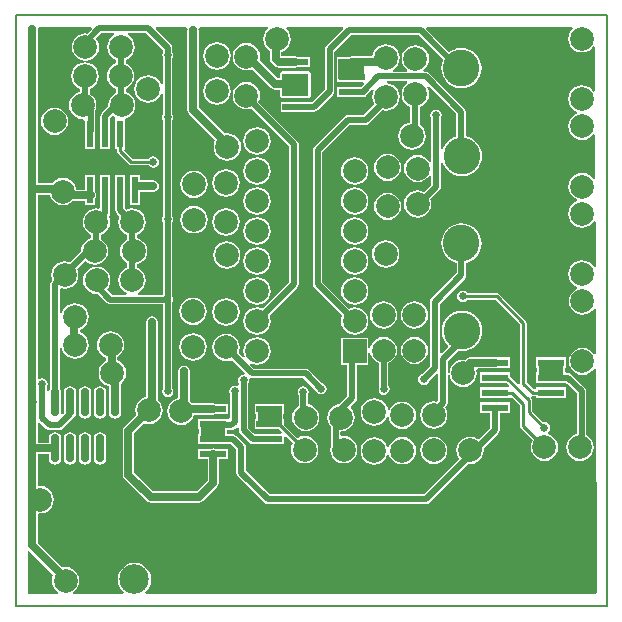
<source format=gbl>
%FSLAX25Y25*%
%MOIN*%
G70*
G01*
G75*
G04 Layer_Physical_Order=2*
G04 Layer_Color=16711680*
%ADD10C,0.01000*%
%ADD11C,0.02000*%
%ADD12C,0.02500*%
%ADD13C,0.00787*%
%ADD14C,0.07874*%
%ADD15R,0.07874X0.07874*%
%ADD16C,0.12205*%
%ADD17C,0.09843*%
%ADD18C,0.02500*%
%ADD19R,0.02362X0.08661*%
%ADD20R,0.08661X0.02362*%
%ADD21O,0.02992X0.09449*%
%ADD22R,0.02992X0.09449*%
%ADD23R,0.08000X0.06500*%
%ADD24R,0.08500X0.07000*%
%ADD25R,0.08100X0.06700*%
%ADD26R,0.08900X0.07700*%
%ADD27R,0.08200X0.07100*%
G36*
X-171697Y193000D02*
X-171468Y192446D01*
X-173115Y190798D01*
X-173705Y190876D01*
X-174890Y190720D01*
X-175994Y190263D01*
X-176941Y189536D01*
X-177669Y188588D01*
X-178126Y187484D01*
X-178282Y186300D01*
X-178126Y185116D01*
X-177669Y184012D01*
X-176941Y183064D01*
X-175994Y182337D01*
X-174890Y181880D01*
X-174124Y181779D01*
X-174124D01*
X-173974Y181759D01*
Y181757D01*
Y181740D01*
Y181718D01*
Y181667D01*
X-174134Y181133D01*
D01*
Y181133D01*
X-174990Y181020D01*
X-176094Y180563D01*
X-177041Y179836D01*
X-177769Y178888D01*
X-178226Y177784D01*
X-178382Y176600D01*
X-178226Y175416D01*
X-177769Y174312D01*
X-177041Y173364D01*
X-176094Y172637D01*
X-175387Y172344D01*
Y171373D01*
X-175786Y171320D01*
X-176890Y170863D01*
X-177837Y170136D01*
X-178565Y169188D01*
X-179022Y168084D01*
X-179177Y166900D01*
X-179022Y165716D01*
X-178565Y164612D01*
X-177837Y163664D01*
X-176890Y162937D01*
X-175786Y162480D01*
X-174601Y162324D01*
X-174531Y162333D01*
X-173932Y161807D01*
Y152470D01*
X-170369D01*
Y162331D01*
X-170376D01*
Y165246D01*
X-170181Y165716D01*
X-170025Y166900D01*
X-170181Y168084D01*
X-170638Y169188D01*
X-171366Y170136D01*
X-172125Y170718D01*
Y172385D01*
X-171517Y172637D01*
X-170570Y173364D01*
X-169842Y174312D01*
X-169385Y175416D01*
X-169229Y176600D01*
X-169385Y177784D01*
X-169842Y178888D01*
X-170570Y179836D01*
X-171517Y180563D01*
X-172621Y181020D01*
X-173388Y181121D01*
X-173388D01*
X-173537Y181141D01*
Y181143D01*
Y181160D01*
Y181183D01*
Y181233D01*
X-173377Y181767D01*
D01*
Y181767D01*
X-172521Y181880D01*
X-171417Y182337D01*
X-170470Y183064D01*
X-169742Y184012D01*
X-169285Y185116D01*
X-169129Y186300D01*
X-169285Y187484D01*
X-169742Y188588D01*
X-170163Y189136D01*
X-168431Y190869D01*
X-164289D01*
X-164169Y190269D01*
X-164183Y190263D01*
X-165130Y189536D01*
X-165858Y188588D01*
X-166315Y187484D01*
X-166471Y186300D01*
X-166315Y185116D01*
X-165858Y184012D01*
X-165130Y183064D01*
X-164183Y182337D01*
X-163576Y182086D01*
Y180856D01*
X-164283Y180563D01*
X-165230Y179836D01*
X-165958Y178888D01*
X-166415Y177784D01*
X-166571Y176600D01*
X-166415Y175416D01*
X-165958Y174312D01*
X-165230Y173364D01*
X-164283Y172637D01*
X-163576Y172344D01*
Y170992D01*
X-163887Y170863D01*
X-164834Y170136D01*
X-165562Y169188D01*
X-166019Y168084D01*
X-166175Y166900D01*
X-166126Y166531D01*
X-168304Y164354D01*
X-168658Y163824D01*
X-168782Y163200D01*
Y162331D01*
X-168931D01*
Y152470D01*
X-165369D01*
Y162331D01*
X-165369Y162331D01*
X-165369D01*
X-165369Y162332D01*
X-165187Y162856D01*
X-164577Y163467D01*
X-163887Y162937D01*
X-163874Y162932D01*
X-163932Y162331D01*
X-163932Y162331D01*
X-163932Y162331D01*
Y152470D01*
X-163272D01*
Y151600D01*
X-163272Y151600D01*
X-163187Y151171D01*
X-162943Y150807D01*
X-159344Y147207D01*
X-159344Y147207D01*
X-158980Y146964D01*
X-158551Y146878D01*
X-158550Y146878D01*
X-152526D01*
X-152384Y146666D01*
X-151772Y146257D01*
X-151050Y146114D01*
X-150329Y146257D01*
X-149717Y146666D01*
X-149308Y147278D01*
X-149164Y148000D01*
X-149308Y148722D01*
X-149717Y149334D01*
X-150329Y149743D01*
X-151050Y149886D01*
X-151772Y149743D01*
X-152384Y149334D01*
X-152526Y149121D01*
X-158086D01*
X-160835Y151870D01*
X-160586Y152470D01*
X-160369D01*
Y162331D01*
X-159916Y162686D01*
X-159310Y162937D01*
X-158363Y163664D01*
X-157636Y164612D01*
X-157178Y165716D01*
X-157023Y166900D01*
X-157178Y168084D01*
X-157636Y169188D01*
X-158363Y170136D01*
X-159310Y170863D01*
X-160314Y171279D01*
Y172385D01*
X-159706Y172637D01*
X-158759Y173364D01*
X-158031Y174312D01*
X-157574Y175416D01*
X-157418Y176600D01*
X-157574Y177784D01*
X-158031Y178888D01*
X-158759Y179836D01*
X-159706Y180563D01*
X-160314Y180815D01*
Y182044D01*
X-159606Y182337D01*
X-158659Y183064D01*
X-157931Y184012D01*
X-157474Y185116D01*
X-157318Y186300D01*
X-157474Y187484D01*
X-157931Y188588D01*
X-158659Y189536D01*
X-159606Y190263D01*
X-159620Y190269D01*
X-159500Y190869D01*
X-153365D01*
X-147982Y185486D01*
Y184389D01*
X-147993Y184372D01*
X-148137Y183651D01*
X-147993Y182929D01*
X-147982Y182912D01*
Y174091D01*
X-148582Y173972D01*
X-148837Y174588D01*
X-149564Y175536D01*
X-150512Y176263D01*
X-151616Y176720D01*
X-152800Y176876D01*
X-153984Y176720D01*
X-155088Y176263D01*
X-156036Y175536D01*
X-156763Y174588D01*
X-157220Y173484D01*
X-157376Y172300D01*
X-157220Y171116D01*
X-156763Y170012D01*
X-156036Y169064D01*
X-155088Y168337D01*
X-153984Y167880D01*
X-152800Y167724D01*
X-151616Y167880D01*
X-150512Y168337D01*
X-149564Y169064D01*
X-148837Y170012D01*
X-148582Y170628D01*
X-147982Y170509D01*
Y163888D01*
X-148093Y163722D01*
X-148237Y163000D01*
X-148093Y162278D01*
X-147982Y162111D01*
Y129739D01*
X-148093Y129572D01*
X-148237Y128850D01*
X-148093Y128129D01*
X-147982Y127962D01*
Y103782D01*
X-156234D01*
X-156353Y104382D01*
X-155857Y104587D01*
X-154909Y105315D01*
X-154182Y106262D01*
X-153725Y107366D01*
X-153569Y108551D01*
X-153725Y109735D01*
X-154182Y110838D01*
X-154909Y111786D01*
X-155857Y112513D01*
X-156614Y112827D01*
Y113811D01*
X-156465Y113830D01*
X-155361Y114287D01*
X-154413Y115015D01*
X-153686Y115962D01*
X-153229Y117066D01*
X-153073Y118251D01*
X-153229Y119435D01*
X-153686Y120538D01*
X-154413Y121486D01*
X-155361Y122213D01*
X-156465Y122671D01*
X-156614Y122690D01*
Y123715D01*
X-155957Y123987D01*
X-155009Y124715D01*
X-154282Y125662D01*
X-153825Y126766D01*
X-153669Y127951D01*
X-153825Y129135D01*
X-154282Y130238D01*
X-155009Y131186D01*
X-155957Y131913D01*
X-157061Y132371D01*
X-158245Y132527D01*
X-159429Y132371D01*
X-160086Y132099D01*
X-160519Y132532D01*
Y133769D01*
X-160369D01*
Y143631D01*
X-163932D01*
Y133769D01*
X-163782D01*
Y131856D01*
X-163658Y131232D01*
X-163304Y130702D01*
X-162393Y129792D01*
X-162665Y129135D01*
X-162821Y127951D01*
X-162665Y126766D01*
X-162208Y125662D01*
X-161481Y124715D01*
X-160533Y123987D01*
X-159876Y123715D01*
Y122239D01*
X-159937Y122213D01*
X-160885Y121486D01*
X-161612Y120538D01*
X-162069Y119435D01*
X-162225Y118251D01*
X-162069Y117066D01*
X-161612Y115962D01*
X-160885Y115015D01*
X-159937Y114287D01*
X-159876Y114262D01*
Y112744D01*
X-160433Y112513D01*
X-161381Y111786D01*
X-162108Y110838D01*
X-162565Y109735D01*
X-162721Y108551D01*
X-162565Y107366D01*
X-162108Y106262D01*
X-161381Y105315D01*
X-160433Y104587D01*
X-159937Y104382D01*
X-160056Y103782D01*
X-164680D01*
X-166500Y105602D01*
X-165993Y106262D01*
X-165536Y107366D01*
X-165380Y108551D01*
X-165536Y109735D01*
X-165993Y110838D01*
X-166720Y111786D01*
X-167668Y112513D01*
X-168772Y112971D01*
X-169956Y113127D01*
X-171140Y112971D01*
X-172244Y112513D01*
X-173192Y111786D01*
X-173919Y110838D01*
X-174376Y109735D01*
X-174532Y108551D01*
X-174376Y107366D01*
X-173919Y106262D01*
X-173192Y105315D01*
X-172244Y104587D01*
X-171140Y104130D01*
X-169956Y103974D01*
X-169542Y104029D01*
X-166509Y100997D01*
X-165980Y100643D01*
X-165356Y100519D01*
X-147982D01*
Y72851D01*
X-147888Y72379D01*
X-147993Y72222D01*
X-148137Y71500D01*
X-147993Y70778D01*
X-147584Y70166D01*
X-146972Y69757D01*
X-146250Y69614D01*
X-145529Y69757D01*
X-144917Y70166D01*
X-144508Y70778D01*
X-144364Y71500D01*
X-144508Y72222D01*
X-144767Y72610D01*
X-144719Y72851D01*
Y101486D01*
X-144657Y101578D01*
X-144514Y102300D01*
X-144657Y103022D01*
X-144719Y103114D01*
Y127962D01*
X-144608Y128129D01*
X-144464Y128850D01*
X-144608Y129572D01*
X-144719Y129739D01*
Y162111D01*
X-144608Y162278D01*
X-144464Y163000D01*
X-144608Y163722D01*
X-144719Y163888D01*
Y182612D01*
X-144508Y182929D01*
X-144364Y183651D01*
X-144508Y184372D01*
X-144719Y184688D01*
Y186161D01*
X-144843Y186786D01*
X-145197Y187315D01*
X-150328Y192446D01*
X-150098Y193000D01*
X-140074D01*
X-139657Y192400D01*
X-139737Y192000D01*
Y165350D01*
X-139593Y164629D01*
X-139184Y164017D01*
X-130404Y155236D01*
X-130819Y154235D01*
X-130975Y153050D01*
X-130819Y151866D01*
X-130362Y150762D01*
X-129634Y149815D01*
X-128687Y149087D01*
X-127583Y148630D01*
X-126399Y148474D01*
X-125214Y148630D01*
X-124110Y149087D01*
X-123163Y149815D01*
X-122435Y150762D01*
X-121978Y151866D01*
X-121822Y153050D01*
X-121978Y154235D01*
X-122435Y155339D01*
X-123163Y156286D01*
X-124110Y157013D01*
X-125214Y157471D01*
X-126399Y157627D01*
X-127336Y157503D01*
X-135964Y166132D01*
Y192000D01*
X-136044Y192400D01*
X-135627Y193000D01*
X-112962D01*
X-112759Y192400D01*
X-113037Y192186D01*
X-113764Y191238D01*
X-114222Y190135D01*
X-114377Y188951D01*
X-114222Y187766D01*
X-113764Y186662D01*
X-113037Y185715D01*
X-112186Y185062D01*
Y182351D01*
X-112043Y181629D01*
X-111634Y181017D01*
X-110634Y180017D01*
X-110022Y179608D01*
X-109902Y179584D01*
X-109300Y179464D01*
X-103701D01*
X-103172Y179569D01*
X-98770D01*
Y183132D01*
X-103172D01*
X-103701Y183237D01*
X-108414D01*
Y184614D01*
X-107513Y184987D01*
X-106565Y185715D01*
X-105838Y186662D01*
X-105381Y187766D01*
X-105225Y188951D01*
X-105381Y190135D01*
X-105838Y191238D01*
X-106565Y192186D01*
X-106844Y192400D01*
X-106640Y193000D01*
X-87941Y193000D01*
X-87712Y192446D01*
X-93504Y186653D01*
X-93858Y186124D01*
X-93982Y185500D01*
Y172176D01*
X-98170Y167987D01*
X-98770Y167995D01*
Y168131D01*
X-108632D01*
Y164569D01*
X-98770D01*
Y164719D01*
X-97500D01*
X-96876Y164843D01*
X-96346Y165197D01*
X-91197Y170346D01*
X-90843Y170876D01*
X-90719Y171500D01*
Y184824D01*
X-85275Y190269D01*
X-62651D01*
X-54464Y182081D01*
X-54601Y181825D01*
X-54984Y180561D01*
X-55114Y179247D01*
X-54984Y177933D01*
X-54601Y176670D01*
X-53979Y175506D01*
X-53141Y174485D01*
X-52120Y173647D01*
X-50956Y173025D01*
X-49693Y172642D01*
X-48379Y172512D01*
X-47065Y172642D01*
X-45801Y173025D01*
X-44637Y173647D01*
X-43617Y174485D01*
X-42779Y175506D01*
X-42157Y176670D01*
X-41773Y177933D01*
X-41644Y179247D01*
X-41773Y180561D01*
X-42157Y181825D01*
X-42779Y182989D01*
X-43617Y184010D01*
X-44637Y184847D01*
X-45801Y185469D01*
X-47065Y185853D01*
X-48379Y185982D01*
X-49693Y185853D01*
X-50956Y185469D01*
X-52120Y184847D01*
X-52392Y184624D01*
X-60214Y192446D01*
X-59985Y193000D01*
X-11512D01*
X-11319Y192432D01*
X-11457Y192326D01*
X-12184Y191378D01*
X-12641Y190274D01*
X-12797Y189090D01*
X-12641Y187905D01*
X-12184Y186802D01*
X-11457Y185854D01*
X-10509Y185127D01*
X-9406Y184670D01*
X-8221Y184514D01*
X-7037Y184670D01*
X-5933Y185127D01*
X-4985Y185854D01*
X-4434Y186573D01*
X-3833Y186370D01*
X-3795Y171681D01*
X-4394Y171476D01*
X-4985Y172247D01*
X-5933Y172974D01*
X-7037Y173431D01*
X-8221Y173587D01*
X-9406Y173431D01*
X-10509Y172974D01*
X-11457Y172247D01*
X-12184Y171299D01*
X-12641Y170195D01*
X-12797Y169011D01*
X-12641Y167827D01*
X-12184Y166723D01*
X-11457Y165775D01*
X-10509Y165048D01*
X-9801Y164754D01*
Y164105D01*
X-10409Y163853D01*
X-11357Y163126D01*
X-12084Y162178D01*
X-12541Y161074D01*
X-12697Y159890D01*
X-12541Y158705D01*
X-12084Y157602D01*
X-11357Y156654D01*
X-10409Y155927D01*
X-9306Y155470D01*
X-8121Y155314D01*
X-6937Y155470D01*
X-5833Y155927D01*
X-4885Y156654D01*
X-4357Y157343D01*
X-3756Y157140D01*
X-3717Y142510D01*
X-4317Y142306D01*
X-4885Y143047D01*
X-5833Y143774D01*
X-6937Y144231D01*
X-8121Y144387D01*
X-9306Y144231D01*
X-10409Y143774D01*
X-11357Y143047D01*
X-12084Y142099D01*
X-12541Y140996D01*
X-12697Y139811D01*
X-12541Y138627D01*
X-12084Y137523D01*
X-11357Y136575D01*
X-10409Y135848D01*
X-9801Y135596D01*
Y134946D01*
X-10509Y134653D01*
X-11457Y133926D01*
X-12184Y132978D01*
X-12641Y131874D01*
X-12797Y130690D01*
X-12641Y129505D01*
X-12184Y128402D01*
X-11457Y127454D01*
X-10509Y126727D01*
X-9406Y126270D01*
X-8221Y126114D01*
X-7037Y126270D01*
X-5933Y126727D01*
X-4985Y127454D01*
X-4280Y128373D01*
X-4219Y128378D01*
X-3680Y128143D01*
X-3639Y112973D01*
X-4239Y112853D01*
X-4258Y112899D01*
X-4985Y113847D01*
X-5933Y114574D01*
X-7037Y115031D01*
X-8221Y115187D01*
X-9406Y115031D01*
X-10509Y114574D01*
X-11457Y113847D01*
X-12184Y112899D01*
X-12641Y111795D01*
X-12797Y110611D01*
X-12641Y109427D01*
X-12184Y108323D01*
X-11457Y107375D01*
X-10509Y106648D01*
X-9871Y106384D01*
Y105734D01*
X-10309Y105553D01*
X-11257Y104826D01*
X-11984Y103878D01*
X-12441Y102774D01*
X-12597Y101590D01*
X-12441Y100405D01*
X-11984Y99302D01*
X-11257Y98354D01*
X-10309Y97627D01*
X-9206Y97170D01*
X-8021Y97014D01*
X-6837Y97170D01*
X-5733Y97627D01*
X-4785Y98354D01*
X-4203Y99113D01*
X-3602Y98910D01*
X-3563Y84093D01*
X-4163Y83935D01*
X-4785Y84747D01*
X-5733Y85474D01*
X-6837Y85931D01*
X-8021Y86087D01*
X-9206Y85931D01*
X-10309Y85474D01*
X-11257Y84747D01*
X-11984Y83799D01*
X-12441Y82696D01*
X-12597Y81511D01*
X-12441Y80327D01*
X-11984Y79223D01*
X-11257Y78275D01*
X-10309Y77548D01*
X-9206Y77091D01*
X-8021Y76935D01*
X-6837Y77091D01*
X-5733Y77548D01*
X-4785Y78275D01*
X-4150Y79104D01*
X-3645Y78999D01*
X-3549Y78948D01*
X-3352Y4425D01*
X-3776Y4000D01*
X-153665Y4000D01*
X-153869Y4600D01*
X-153462Y4913D01*
X-152576Y6066D01*
X-152020Y7409D01*
X-151830Y8850D01*
X-152020Y10292D01*
X-152576Y11635D01*
X-153462Y12788D01*
X-154615Y13673D01*
X-155958Y14230D01*
X-157399Y14419D01*
X-158841Y14230D01*
X-160184Y13673D01*
X-161337Y12788D01*
X-162222Y11635D01*
X-162778Y10292D01*
X-162968Y8850D01*
X-162778Y7409D01*
X-162222Y6066D01*
X-161337Y4913D01*
X-160930Y4600D01*
X-161133Y4000D01*
X-177734D01*
X-177914Y4600D01*
X-177115Y5213D01*
X-176387Y6161D01*
X-175930Y7265D01*
X-175774Y8449D01*
X-175930Y9634D01*
X-176387Y10737D01*
X-177115Y11685D01*
X-178062Y12412D01*
X-179166Y12869D01*
X-180350Y13025D01*
X-181510Y12873D01*
X-189664Y21026D01*
Y30533D01*
X-189213Y30929D01*
X-188800Y30874D01*
X-187616Y31030D01*
X-186512Y31487D01*
X-185564Y32215D01*
X-184837Y33162D01*
X-184380Y34266D01*
X-184224Y35451D01*
X-184380Y36635D01*
X-184837Y37738D01*
X-185564Y38686D01*
X-186512Y39413D01*
X-187616Y39871D01*
X-188800Y40027D01*
X-189213Y39972D01*
X-189664Y40368D01*
Y50664D01*
X-185988D01*
Y49272D01*
X-185825Y48454D01*
X-185362Y47760D01*
X-184668Y47297D01*
X-183851Y47135D01*
X-183033Y47297D01*
X-182339Y47760D01*
X-181876Y48454D01*
X-181713Y49272D01*
Y55728D01*
X-181876Y56546D01*
X-182339Y57240D01*
X-183033Y57703D01*
X-183851Y57865D01*
X-184668Y57703D01*
X-185362Y57240D01*
X-185825Y56546D01*
X-185988Y55728D01*
Y54437D01*
X-189664D01*
Y61059D01*
X-189064Y61308D01*
X-186803Y59046D01*
X-186274Y58693D01*
X-185650Y58569D01*
X-182551D01*
X-181926Y58693D01*
X-181397Y59046D01*
X-177697Y62746D01*
X-177541Y62980D01*
X-177339Y63115D01*
X-176876Y63808D01*
X-176713Y64626D01*
Y71083D01*
X-176876Y71900D01*
X-177339Y72594D01*
X-178033Y73057D01*
X-178850Y73220D01*
X-179668Y73057D01*
X-180362Y72594D01*
X-180825Y71900D01*
X-180988Y71083D01*
Y64626D01*
X-180908Y64224D01*
X-181308Y63854D01*
X-181814Y64118D01*
X-181713Y64626D01*
Y71083D01*
X-181876Y71900D01*
X-182219Y72414D01*
Y86053D01*
X-181619Y86092D01*
X-181576Y85766D01*
X-181119Y84662D01*
X-180392Y83715D01*
X-179444Y82987D01*
X-178340Y82530D01*
X-177156Y82374D01*
X-175972Y82530D01*
X-174868Y82987D01*
X-173920Y83715D01*
X-173193Y84662D01*
X-172736Y85766D01*
X-172580Y86950D01*
X-172736Y88135D01*
X-173193Y89239D01*
X-173920Y90186D01*
X-174868Y90913D01*
X-175614Y91223D01*
Y92120D01*
X-174968Y92387D01*
X-174020Y93115D01*
X-173293Y94062D01*
X-172836Y95166D01*
X-172680Y96351D01*
X-172836Y97535D01*
X-173293Y98638D01*
X-174020Y99586D01*
X-174968Y100313D01*
X-176072Y100771D01*
X-177256Y100927D01*
X-178440Y100771D01*
X-179544Y100313D01*
X-180492Y99586D01*
X-181219Y98638D01*
X-181619Y97673D01*
X-182219Y97792D01*
Y105541D01*
X-181619Y105909D01*
X-180600Y105774D01*
X-179416Y105930D01*
X-178312Y106387D01*
X-177364Y107115D01*
X-176637Y108062D01*
X-176180Y109166D01*
X-176024Y110351D01*
X-176180Y111535D01*
X-176481Y112262D01*
X-173798Y114946D01*
X-172940Y114287D01*
X-171836Y113830D01*
X-170652Y113674D01*
X-169467Y113830D01*
X-168364Y114287D01*
X-167416Y115015D01*
X-166689Y115962D01*
X-166232Y117066D01*
X-166076Y118251D01*
X-166232Y119435D01*
X-166689Y120538D01*
X-167416Y121486D01*
X-168364Y122213D01*
X-168425Y122239D01*
Y123715D01*
X-167768Y123987D01*
X-166820Y124715D01*
X-166093Y125662D01*
X-165636Y126766D01*
X-165480Y127951D01*
X-165636Y129135D01*
X-165919Y129819D01*
X-165643Y130232D01*
X-165519Y130856D01*
Y133769D01*
X-165369D01*
Y143631D01*
X-168931D01*
Y133769D01*
X-168782D01*
Y132959D01*
X-169382Y132438D01*
X-170056Y132527D01*
X-171240Y132371D01*
X-172344Y131913D01*
X-173292Y131186D01*
X-174019Y130238D01*
X-174476Y129135D01*
X-174632Y127951D01*
X-174476Y126766D01*
X-174019Y125662D01*
X-173292Y124715D01*
X-172344Y123987D01*
X-171687Y123715D01*
Y122690D01*
X-171836Y122671D01*
X-172940Y122213D01*
X-173888Y121486D01*
X-174615Y120538D01*
X-175072Y119435D01*
X-175228Y118251D01*
X-175214Y118144D01*
X-178830Y114528D01*
X-179416Y114771D01*
X-180600Y114927D01*
X-181784Y114771D01*
X-182888Y114313D01*
X-183836Y113586D01*
X-184563Y112638D01*
X-185020Y111535D01*
X-185176Y110351D01*
X-185020Y109166D01*
X-184777Y108580D01*
X-185004Y108353D01*
X-185358Y107824D01*
X-185482Y107200D01*
Y72414D01*
X-185825Y71900D01*
X-185869Y71681D01*
X-186469Y71740D01*
Y73162D01*
X-186357Y73329D01*
X-186214Y74050D01*
X-186357Y74772D01*
X-186766Y75384D01*
X-187378Y75793D01*
X-188100Y75937D01*
X-188822Y75793D01*
X-189064Y75631D01*
X-189664Y75952D01*
Y137159D01*
X-185646D01*
X-185620Y136965D01*
X-185163Y135861D01*
X-184436Y134913D01*
X-183488Y134186D01*
X-182384Y133729D01*
X-181200Y133573D01*
X-180016Y133729D01*
X-178912Y134186D01*
X-177964Y134913D01*
X-177880Y135023D01*
X-173932D01*
Y133769D01*
X-170369D01*
Y136031D01*
X-170264Y136188D01*
X-170121Y136909D01*
X-170264Y137631D01*
X-170369Y137788D01*
Y143631D01*
X-173932D01*
Y138796D01*
X-176709D01*
X-176780Y139333D01*
X-177237Y140437D01*
X-177964Y141385D01*
X-178912Y142112D01*
X-180016Y142569D01*
X-181200Y142725D01*
X-182384Y142569D01*
X-183488Y142112D01*
X-184436Y141385D01*
X-184784Y140931D01*
X-189664D01*
Y191848D01*
X-189564Y192350D01*
X-189601Y192536D01*
X-189220Y193000D01*
X-171697D01*
D02*
G37*
G36*
X-184430Y10457D02*
X-184771Y9634D01*
X-184927Y8449D01*
X-184771Y7265D01*
X-184313Y6161D01*
X-183586Y5213D01*
X-182787Y4600D01*
X-182966Y4000D01*
X-193000D01*
Y18178D01*
X-192400Y18427D01*
X-184430Y10457D01*
D02*
G37*
%LPC*%
G36*
X-64051Y89721D02*
X-65235Y89565D01*
X-66338Y89108D01*
X-67286Y88381D01*
X-68014Y87433D01*
X-68471Y86329D01*
X-68627Y85145D01*
X-68471Y83960D01*
X-68014Y82857D01*
X-67286Y81909D01*
X-66338Y81182D01*
X-65235Y80725D01*
X-64051Y80569D01*
X-62866Y80725D01*
X-61762Y81182D01*
X-60815Y81909D01*
X-60087Y82857D01*
X-59630Y83960D01*
X-59474Y85145D01*
X-59630Y86329D01*
X-60087Y87433D01*
X-60815Y88381D01*
X-61762Y89108D01*
X-62866Y89565D01*
X-64051Y89721D01*
D02*
G37*
G36*
X-137800Y90971D02*
X-138984Y90815D01*
X-140088Y90358D01*
X-141036Y89630D01*
X-141763Y88683D01*
X-142220Y87579D01*
X-142376Y86395D01*
X-142220Y85210D01*
X-141763Y84106D01*
X-141036Y83159D01*
X-140088Y82431D01*
X-138984Y81974D01*
X-137800Y81818D01*
X-136616Y81974D01*
X-135512Y82431D01*
X-134564Y83159D01*
X-133837Y84106D01*
X-133380Y85210D01*
X-133224Y86395D01*
X-133380Y87579D01*
X-133837Y88683D01*
X-134564Y89630D01*
X-135512Y90358D01*
X-136616Y90815D01*
X-137800Y90971D01*
D02*
G37*
G36*
X-48379Y127582D02*
X-49693Y127453D01*
X-50956Y127069D01*
X-52120Y126447D01*
X-53141Y125610D01*
X-53979Y124589D01*
X-54601Y123425D01*
X-54984Y122161D01*
X-55114Y120847D01*
X-54984Y119533D01*
X-54601Y118270D01*
X-53979Y117106D01*
X-53141Y116085D01*
X-52120Y115247D01*
X-50956Y114625D01*
X-50010Y114338D01*
Y110897D01*
X-58354Y102554D01*
X-58707Y102024D01*
X-58831Y101400D01*
Y79977D01*
X-61476Y77332D01*
X-61672Y77293D01*
X-62284Y76884D01*
X-62693Y76272D01*
X-62837Y75551D01*
X-62693Y74829D01*
X-62284Y74217D01*
X-61672Y73808D01*
X-60950Y73664D01*
X-60229Y73808D01*
X-59617Y74217D01*
X-59208Y74829D01*
X-59169Y75025D01*
X-56786Y77408D01*
X-56231Y77179D01*
Y68542D01*
X-56700Y68114D01*
X-57600Y68232D01*
X-58784Y68076D01*
X-59888Y67619D01*
X-60836Y66892D01*
X-61563Y65944D01*
X-62020Y64840D01*
X-62176Y63656D01*
X-62020Y62472D01*
X-61563Y61368D01*
X-60836Y60420D01*
X-59888Y59693D01*
X-58784Y59236D01*
X-57600Y59080D01*
X-56415Y59236D01*
X-55312Y59693D01*
X-54364Y60420D01*
X-53637Y61368D01*
X-53180Y62472D01*
X-53024Y63656D01*
X-53180Y64840D01*
X-53637Y65944D01*
X-53840Y66209D01*
X-53446Y66602D01*
X-53093Y67132D01*
X-52969Y67756D01*
Y77455D01*
X-52463Y77489D01*
X-52399Y77493D01*
X-52380Y77494D01*
X-52311Y77055D01*
X-52309Y77044D01*
Y77044D01*
X-52220Y76367D01*
X-51763Y75264D01*
X-51036Y74316D01*
X-50088Y73589D01*
X-48984Y73132D01*
X-47800Y72976D01*
X-46616Y73132D01*
X-45512Y73589D01*
X-44564Y74316D01*
X-43837Y75264D01*
X-43380Y76367D01*
X-43224Y77552D01*
X-43357Y78564D01*
X-42987Y79164D01*
X-37201D01*
X-36672Y79269D01*
X-32270D01*
Y82832D01*
X-36672D01*
X-37201Y82937D01*
X-45456D01*
X-46178Y82793D01*
X-46381Y82657D01*
X-46790Y82384D01*
X-47134Y82040D01*
X-47800Y82128D01*
X-48984Y81972D01*
X-50088Y81515D01*
X-51036Y80788D01*
X-51763Y79840D01*
X-52220Y78736D01*
X-52309Y78060D01*
X-52309Y78060D01*
X-52311Y78048D01*
X-52380Y77610D01*
X-52399Y77611D01*
X-52463Y77615D01*
X-52969Y77648D01*
Y81625D01*
X-49455Y85138D01*
X-48179Y85013D01*
X-46865Y85142D01*
X-45601Y85525D01*
X-44437Y86147D01*
X-43417Y86985D01*
X-42579Y88006D01*
X-41957Y89170D01*
X-41573Y90433D01*
X-41444Y91747D01*
X-41573Y93061D01*
X-41957Y94325D01*
X-42579Y95489D01*
X-43417Y96509D01*
X-44437Y97347D01*
X-45601Y97969D01*
X-46865Y98353D01*
X-48179Y98482D01*
X-49493Y98353D01*
X-50756Y97969D01*
X-51920Y97347D01*
X-52941Y96509D01*
X-53778Y95489D01*
X-54401Y94325D01*
X-54784Y93061D01*
X-54914Y91747D01*
X-54784Y90433D01*
X-54401Y89170D01*
X-53778Y88006D01*
X-52941Y86985D01*
X-52892Y86945D01*
X-52862Y86346D01*
X-55014Y84194D01*
X-55569Y84423D01*
Y100724D01*
X-47225Y109068D01*
X-46872Y109597D01*
X-46747Y110221D01*
X-46747Y110221D01*
Y114338D01*
X-45801Y114625D01*
X-44637Y115247D01*
X-43617Y116085D01*
X-42779Y117106D01*
X-42157Y118270D01*
X-41773Y119533D01*
X-41644Y120847D01*
X-41773Y122161D01*
X-42157Y123425D01*
X-42779Y124589D01*
X-43617Y125610D01*
X-44637Y126447D01*
X-45801Y127069D01*
X-47065Y127453D01*
X-48379Y127582D01*
D02*
G37*
G36*
X-165345Y91527D02*
X-166529Y91371D01*
X-167633Y90913D01*
X-168581Y90186D01*
X-169308Y89239D01*
X-169765Y88135D01*
X-169921Y86950D01*
X-169765Y85766D01*
X-169308Y84662D01*
X-168581Y83715D01*
X-167633Y82987D01*
X-166831Y82655D01*
Y81699D01*
X-167037Y81613D01*
X-167985Y80886D01*
X-168712Y79939D01*
X-169169Y78835D01*
X-169325Y77650D01*
X-169169Y76466D01*
X-168712Y75362D01*
X-167985Y74415D01*
X-167037Y73687D01*
X-165934Y73230D01*
X-165737Y73204D01*
Y72032D01*
X-165825Y71900D01*
X-165988Y71083D01*
Y64626D01*
X-165825Y63808D01*
X-165362Y63115D01*
X-164668Y62651D01*
X-163850Y62489D01*
X-163033Y62651D01*
X-162339Y63115D01*
X-161876Y63808D01*
X-161713Y64626D01*
Y71083D01*
X-161876Y71900D01*
X-161964Y72032D01*
Y74069D01*
X-161513Y74415D01*
X-160786Y75362D01*
X-160329Y76466D01*
X-160173Y77650D01*
X-160329Y78835D01*
X-160786Y79939D01*
X-161513Y80886D01*
X-162461Y81613D01*
X-163059Y81861D01*
Y82987D01*
X-163057Y82987D01*
X-162109Y83715D01*
X-161382Y84662D01*
X-160925Y85766D01*
X-160769Y86950D01*
X-160925Y88135D01*
X-161382Y89239D01*
X-162109Y90186D01*
X-163057Y90913D01*
X-164161Y91371D01*
X-165345Y91527D01*
D02*
G37*
G36*
X-48000Y105086D02*
X-48722Y104943D01*
X-49334Y104534D01*
X-49743Y103922D01*
X-49886Y103200D01*
X-49743Y102478D01*
X-49334Y101866D01*
X-48722Y101457D01*
X-48000Y101314D01*
X-47278Y101457D01*
X-46666Y101866D01*
X-46524Y102078D01*
X-37065D01*
X-28872Y93886D01*
Y74151D01*
X-28872Y74151D01*
X-28824Y73909D01*
X-29377Y73614D01*
X-32270Y76507D01*
Y77832D01*
X-42132D01*
Y74269D01*
X-33205D01*
X-32367Y73432D01*
X-32616Y72832D01*
X-42132D01*
Y69269D01*
X-32270D01*
Y69386D01*
X-31670Y69634D01*
X-28972Y66936D01*
Y60045D01*
X-28972Y60045D01*
X-28887Y59616D01*
X-28644Y59252D01*
X-24630Y55238D01*
X-24669Y55188D01*
X-25126Y54084D01*
X-25282Y52900D01*
X-25126Y51716D01*
X-24669Y50612D01*
X-23941Y49664D01*
X-22994Y48937D01*
X-21890Y48480D01*
X-20706Y48324D01*
X-19521Y48480D01*
X-18417Y48937D01*
X-17470Y49664D01*
X-16742Y50612D01*
X-16285Y51716D01*
X-16129Y52900D01*
X-16285Y54084D01*
X-16742Y55188D01*
X-17470Y56136D01*
X-18417Y56863D01*
X-19495Y57309D01*
X-19537Y57413D01*
X-19631Y57940D01*
X-19366Y58117D01*
X-18957Y58729D01*
X-18814Y59451D01*
X-18957Y60172D01*
X-19366Y60784D01*
X-19978Y61193D01*
X-20700Y61337D01*
X-21035Y61270D01*
X-24729Y64964D01*
Y68501D01*
X-24729Y68501D01*
X-24814Y68930D01*
X-25057Y69294D01*
X-25057Y69294D01*
X-25187Y69424D01*
X-24892Y69977D01*
X-24651Y69929D01*
X-23431D01*
Y69269D01*
X-13569D01*
Y72832D01*
X-23431D01*
Y72172D01*
X-24186D01*
X-26629Y74615D01*
Y94350D01*
X-26714Y94780D01*
X-26957Y95144D01*
X-26957Y95144D01*
X-35807Y103993D01*
X-36171Y104236D01*
X-36600Y104322D01*
X-36600Y104322D01*
X-46524D01*
X-46666Y104534D01*
X-47278Y104943D01*
X-48000Y105086D01*
D02*
G37*
G36*
X-126800Y90771D02*
X-127984Y90615D01*
X-129088Y90158D01*
X-130036Y89430D01*
X-130763Y88483D01*
X-131220Y87379D01*
X-131376Y86194D01*
X-131220Y85010D01*
X-130763Y83906D01*
X-130036Y82959D01*
X-129088Y82231D01*
X-127984Y81774D01*
X-126800Y81618D01*
X-125616Y81774D01*
X-125030Y82017D01*
X-120639Y77627D01*
X-120935Y77074D01*
X-121001Y77087D01*
X-121722Y76943D01*
X-122334Y76534D01*
X-122743Y75922D01*
X-122887Y75200D01*
X-122743Y74479D01*
X-122632Y74312D01*
Y73628D01*
X-123232Y73314D01*
X-123851Y73437D01*
X-124572Y73293D01*
X-125184Y72884D01*
X-125593Y72272D01*
X-125737Y71551D01*
X-125593Y70829D01*
X-125482Y70662D01*
Y62594D01*
X-125603Y62510D01*
X-126170Y62432D01*
Y62432D01*
X-136032D01*
Y58869D01*
X-135900D01*
Y57432D01*
X-136032D01*
Y53869D01*
X-126170D01*
Y54019D01*
X-125226D01*
X-123382Y52175D01*
Y44350D01*
X-123258Y43726D01*
X-122904Y43197D01*
X-114104Y34397D01*
X-113575Y34043D01*
X-112951Y33919D01*
X-60156D01*
X-59532Y34043D01*
X-59002Y34397D01*
X-46053Y47347D01*
X-45501Y47274D01*
X-44317Y47430D01*
X-43213Y47887D01*
X-42265Y48615D01*
X-41538Y49562D01*
X-41081Y50666D01*
X-40925Y51850D01*
X-40998Y52402D01*
X-36047Y57352D01*
X-35694Y57881D01*
X-35570Y58506D01*
Y64269D01*
X-32270D01*
Y67832D01*
X-42132D01*
Y64269D01*
X-38832D01*
Y59181D01*
X-42640Y55374D01*
X-43213Y55813D01*
X-44317Y56271D01*
X-45501Y56427D01*
X-46686Y56271D01*
X-47789Y55813D01*
X-48737Y55086D01*
X-49464Y54138D01*
X-49922Y53035D01*
X-50077Y51850D01*
X-49922Y50666D01*
X-49464Y49562D01*
X-49025Y48989D01*
X-60832Y37182D01*
X-112275D01*
X-120119Y45026D01*
Y52851D01*
X-120243Y53475D01*
X-120597Y54004D01*
X-123397Y56804D01*
X-123926Y57158D01*
X-124550Y57282D01*
X-126170D01*
Y57432D01*
X-126401D01*
Y58569D01*
X-125050D01*
X-124426Y58693D01*
X-123897Y59047D01*
X-123232Y59711D01*
X-122632Y59463D01*
Y58750D01*
X-122508Y58126D01*
X-122154Y57596D01*
X-119054Y54497D01*
X-118525Y54143D01*
X-117901Y54019D01*
X-117331D01*
Y53869D01*
X-107469D01*
Y56449D01*
X-106915Y56678D01*
X-104582Y54346D01*
X-105022Y53284D01*
X-105177Y52100D01*
X-105022Y50916D01*
X-104564Y49812D01*
X-103837Y48864D01*
X-102890Y48137D01*
X-101786Y47680D01*
X-100601Y47524D01*
X-99417Y47680D01*
X-98313Y48137D01*
X-97365Y48864D01*
X-96638Y49812D01*
X-96181Y50916D01*
X-96025Y52100D01*
X-96181Y53284D01*
X-96638Y54388D01*
X-97365Y55336D01*
X-98313Y56063D01*
X-99417Y56520D01*
X-100601Y56676D01*
X-101786Y56520D01*
X-102890Y56063D01*
X-103024Y55960D01*
X-107469Y60405D01*
Y62432D01*
X-107701D01*
Y63869D01*
X-107469D01*
Y67432D01*
X-117331D01*
Y63869D01*
X-117000D01*
Y62432D01*
X-117331D01*
Y58869D01*
X-109106D01*
X-108222Y57986D01*
X-108452Y57432D01*
X-117331D01*
X-117331Y57432D01*
Y57432D01*
X-117751Y57807D01*
X-119369Y59426D01*
Y74312D01*
X-119258Y74479D01*
X-119114Y75200D01*
X-119174Y75501D01*
X-119069Y75651D01*
X-118653Y75958D01*
X-118205Y75869D01*
X-101026D01*
X-96755Y71597D01*
X-96434Y71117D01*
X-95822Y70708D01*
X-95100Y70564D01*
X-94378Y70708D01*
X-93766Y71117D01*
X-93357Y71729D01*
X-93214Y72451D01*
X-93357Y73172D01*
X-93766Y73784D01*
X-94378Y74193D01*
X-94826Y74282D01*
X-99197Y78654D01*
X-99726Y79007D01*
X-100350Y79131D01*
X-117530D01*
X-118721Y80322D01*
X-118381Y80831D01*
X-117655Y80530D01*
X-116470Y80374D01*
X-115286Y80530D01*
X-114182Y80987D01*
X-113234Y81715D01*
X-112507Y82662D01*
X-112050Y83766D01*
X-111894Y84951D01*
X-112050Y86135D01*
X-112507Y87239D01*
X-113234Y88186D01*
X-114182Y88914D01*
X-115286Y89371D01*
X-116470Y89527D01*
X-117655Y89371D01*
X-118758Y88914D01*
X-119706Y88186D01*
X-120433Y87239D01*
X-120890Y86135D01*
X-121046Y84951D01*
X-120890Y83766D01*
X-120589Y83039D01*
X-121098Y82700D01*
X-122681Y84283D01*
X-122380Y85010D01*
X-122224Y86194D01*
X-122380Y87379D01*
X-122837Y88483D01*
X-123564Y89430D01*
X-124512Y90158D01*
X-125616Y90615D01*
X-126800Y90771D01*
D02*
G37*
G36*
Y102582D02*
X-127984Y102426D01*
X-129088Y101969D01*
X-130036Y101241D01*
X-130763Y100294D01*
X-131220Y99190D01*
X-131376Y98005D01*
X-131220Y96821D01*
X-130763Y95717D01*
X-130036Y94770D01*
X-129088Y94042D01*
X-127984Y93585D01*
X-126800Y93429D01*
X-125616Y93585D01*
X-124512Y94042D01*
X-123564Y94770D01*
X-122837Y95717D01*
X-122380Y96821D01*
X-122224Y98005D01*
X-122380Y99190D01*
X-122837Y100294D01*
X-123564Y101241D01*
X-124512Y101969D01*
X-125616Y102426D01*
X-126800Y102582D01*
D02*
G37*
G36*
X-137800Y102782D02*
X-138984Y102626D01*
X-140088Y102169D01*
X-141036Y101441D01*
X-141763Y100494D01*
X-142220Y99390D01*
X-142376Y98206D01*
X-142220Y97021D01*
X-141763Y95917D01*
X-141036Y94970D01*
X-140088Y94242D01*
X-138984Y93785D01*
X-137800Y93629D01*
X-136616Y93785D01*
X-135512Y94242D01*
X-134564Y94970D01*
X-133837Y95917D01*
X-133380Y97021D01*
X-133224Y98206D01*
X-133380Y99390D01*
X-133837Y100494D01*
X-134564Y101441D01*
X-135512Y102169D01*
X-136616Y102626D01*
X-137800Y102782D01*
D02*
G37*
G36*
X-120100Y174725D02*
X-121284Y174569D01*
X-122388Y174112D01*
X-123336Y173385D01*
X-124063Y172437D01*
X-124520Y171334D01*
X-124676Y170149D01*
X-124520Y168965D01*
X-124063Y167861D01*
X-123336Y166913D01*
X-122388Y166186D01*
X-121284Y165729D01*
X-120100Y165573D01*
X-118916Y165729D01*
X-118471Y165913D01*
X-105882Y153324D01*
Y107846D01*
X-114629Y99099D01*
X-115286Y99371D01*
X-116470Y99527D01*
X-117655Y99371D01*
X-118758Y98914D01*
X-119706Y98186D01*
X-120433Y97238D01*
X-120890Y96135D01*
X-121046Y94950D01*
X-120890Y93766D01*
X-120433Y92662D01*
X-119706Y91715D01*
X-118758Y90987D01*
X-117655Y90530D01*
X-116470Y90374D01*
X-115286Y90530D01*
X-114182Y90987D01*
X-113234Y91715D01*
X-112507Y92662D01*
X-112050Y93766D01*
X-111894Y94950D01*
X-112050Y96135D01*
X-112322Y96792D01*
X-103097Y106017D01*
X-102743Y106546D01*
X-102619Y107170D01*
Y154000D01*
X-102743Y154624D01*
X-103097Y155154D01*
X-116040Y168096D01*
X-115680Y168965D01*
X-115524Y170149D01*
X-115680Y171334D01*
X-116137Y172437D01*
X-116864Y173385D01*
X-117812Y174112D01*
X-118916Y174569D01*
X-120100Y174725D01*
D02*
G37*
G36*
X-74351Y89721D02*
X-75535Y89565D01*
X-76639Y89108D01*
X-77586Y88381D01*
X-78313Y87433D01*
X-78771Y86329D01*
X-78813Y86005D01*
X-79413Y86044D01*
Y89487D01*
X-88487D01*
Y80413D01*
X-86431D01*
Y70126D01*
X-89285Y67272D01*
X-89679Y67220D01*
X-90783Y66763D01*
X-91730Y66036D01*
X-92458Y65088D01*
X-92915Y63984D01*
X-93071Y62800D01*
X-92915Y61616D01*
X-92458Y60512D01*
X-91976Y59885D01*
Y53387D01*
X-92019Y53284D01*
X-92175Y52100D01*
X-92019Y50916D01*
X-91562Y49812D01*
X-90834Y48864D01*
X-89887Y48137D01*
X-88783Y47680D01*
X-87599Y47524D01*
X-86414Y47680D01*
X-85311Y48137D01*
X-84363Y48864D01*
X-83636Y49812D01*
X-83178Y50916D01*
X-83022Y52100D01*
X-83178Y53284D01*
X-83636Y54388D01*
X-84363Y55336D01*
X-85311Y56063D01*
X-86414Y56520D01*
X-87599Y56676D01*
X-88262Y56589D01*
X-88714Y56984D01*
Y58032D01*
X-88494Y58224D01*
X-87310Y58380D01*
X-86206Y58837D01*
X-85259Y59564D01*
X-84531Y60512D01*
X-84074Y61616D01*
X-83918Y62800D01*
X-84074Y63984D01*
X-84531Y65088D01*
X-85259Y66036D01*
X-85265Y66040D01*
X-85304Y66639D01*
X-83646Y68297D01*
X-83293Y68826D01*
X-83169Y69450D01*
Y80413D01*
X-79413D01*
Y84246D01*
X-78813Y84285D01*
X-78771Y83960D01*
X-78313Y82857D01*
X-77586Y81909D01*
X-76639Y81182D01*
X-75982Y80910D01*
Y72473D01*
X-75986Y72451D01*
X-75982Y72428D01*
Y71951D01*
X-75858Y71326D01*
X-75504Y70797D01*
X-74975Y70443D01*
X-74351Y70319D01*
X-73726Y70443D01*
X-73197Y70797D01*
X-73158Y70855D01*
X-72766Y71117D01*
X-72357Y71729D01*
X-72214Y72451D01*
X-72357Y73172D01*
X-72719Y73714D01*
Y80910D01*
X-72062Y81182D01*
X-71115Y81909D01*
X-70387Y82857D01*
X-69930Y83960D01*
X-69774Y85145D01*
X-69930Y86329D01*
X-70387Y87433D01*
X-71115Y88381D01*
X-72062Y89108D01*
X-73166Y89565D01*
X-74351Y89721D01*
D02*
G37*
G36*
Y101532D02*
X-75535Y101376D01*
X-76639Y100919D01*
X-77586Y100192D01*
X-78313Y99244D01*
X-78771Y98140D01*
X-78927Y96956D01*
X-78771Y95772D01*
X-78313Y94668D01*
X-77586Y93720D01*
X-76639Y92993D01*
X-75535Y92536D01*
X-74351Y92380D01*
X-73166Y92536D01*
X-72062Y92993D01*
X-71115Y93720D01*
X-70387Y94668D01*
X-69930Y95772D01*
X-69774Y96956D01*
X-69930Y98140D01*
X-70387Y99244D01*
X-71115Y100192D01*
X-72062Y100919D01*
X-73166Y101376D01*
X-74351Y101532D01*
D02*
G37*
G36*
X-64051D02*
X-65235Y101376D01*
X-66338Y100919D01*
X-67286Y100192D01*
X-68014Y99244D01*
X-68471Y98140D01*
X-68627Y96956D01*
X-68471Y95772D01*
X-68014Y94668D01*
X-67286Y93720D01*
X-66338Y92993D01*
X-65235Y92536D01*
X-64051Y92380D01*
X-62866Y92536D01*
X-61762Y92993D01*
X-60815Y93720D01*
X-60087Y94668D01*
X-59630Y95772D01*
X-59474Y96956D01*
X-59630Y98140D01*
X-60087Y99244D01*
X-60815Y100192D01*
X-61762Y100919D01*
X-62866Y101376D01*
X-64051Y101532D01*
D02*
G37*
G36*
X-57600Y56421D02*
X-58784Y56265D01*
X-59888Y55808D01*
X-60836Y55081D01*
X-61563Y54133D01*
X-62020Y53029D01*
X-62176Y51845D01*
X-62020Y50661D01*
X-61563Y49557D01*
X-60836Y48609D01*
X-59888Y47882D01*
X-58784Y47425D01*
X-57600Y47269D01*
X-56415Y47425D01*
X-55312Y47882D01*
X-54364Y48609D01*
X-53637Y49557D01*
X-53180Y50661D01*
X-53024Y51845D01*
X-53180Y53029D01*
X-53637Y54133D01*
X-54364Y55081D01*
X-55312Y55808D01*
X-56415Y56265D01*
X-57600Y56421D01*
D02*
G37*
G36*
X-13569Y82832D02*
X-23431D01*
Y79269D01*
X-23200D01*
Y77832D01*
X-23431D01*
Y74269D01*
X-13569D01*
X-13089Y73981D01*
X-9976Y70869D01*
Y57334D01*
X-10079Y57320D01*
X-11183Y56863D01*
X-12130Y56136D01*
X-12858Y55188D01*
X-13315Y54084D01*
X-13471Y52900D01*
X-13315Y51716D01*
X-12858Y50612D01*
X-12130Y49664D01*
X-11183Y48937D01*
X-10079Y48480D01*
X-8895Y48324D01*
X-7710Y48480D01*
X-6606Y48937D01*
X-5659Y49664D01*
X-4931Y50612D01*
X-4474Y51716D01*
X-4318Y52900D01*
X-4474Y54084D01*
X-4931Y55188D01*
X-5659Y56136D01*
X-6606Y56863D01*
X-6714Y56907D01*
Y71545D01*
X-6838Y72169D01*
X-7191Y72698D01*
X-11697Y77204D01*
X-12226Y77558D01*
X-12851Y77682D01*
X-13569D01*
Y77832D01*
X-13801D01*
Y79269D01*
X-13569D01*
Y82832D01*
D02*
G37*
G36*
X-68100Y56321D02*
X-69284Y56165D01*
X-70388Y55708D01*
X-71336Y54981D01*
X-72063Y54033D01*
X-72435Y53135D01*
X-73075Y53112D01*
X-73437Y53987D01*
X-74164Y54935D01*
X-75112Y55662D01*
X-76216Y56119D01*
X-77400Y56275D01*
X-78584Y56119D01*
X-79688Y55662D01*
X-80636Y54935D01*
X-81363Y53987D01*
X-81820Y52883D01*
X-81976Y51699D01*
X-81820Y50514D01*
X-81363Y49411D01*
X-80636Y48463D01*
X-79688Y47736D01*
X-78584Y47278D01*
X-77400Y47122D01*
X-76216Y47278D01*
X-75112Y47736D01*
X-74164Y48463D01*
X-73437Y49411D01*
X-73065Y50308D01*
X-72425Y50332D01*
X-72063Y49457D01*
X-71336Y48509D01*
X-70388Y47782D01*
X-69284Y47325D01*
X-68100Y47169D01*
X-66916Y47325D01*
X-65812Y47782D01*
X-64864Y48509D01*
X-64137Y49457D01*
X-63680Y50560D01*
X-63524Y51745D01*
X-63680Y52929D01*
X-64137Y54033D01*
X-64864Y54981D01*
X-65812Y55708D01*
X-66916Y56165D01*
X-68100Y56321D01*
D02*
G37*
G36*
X-178850Y57865D02*
X-179668Y57703D01*
X-180362Y57240D01*
X-180825Y56546D01*
X-180988Y55728D01*
Y49272D01*
X-180825Y48454D01*
X-180362Y47760D01*
X-179668Y47297D01*
X-178850Y47135D01*
X-178033Y47297D01*
X-177339Y47760D01*
X-176876Y48454D01*
X-176713Y49272D01*
Y55728D01*
X-176876Y56546D01*
X-177339Y57240D01*
X-178033Y57703D01*
X-178850Y57865D01*
D02*
G37*
G36*
X-173851D02*
X-174668Y57703D01*
X-175362Y57240D01*
X-175825Y56546D01*
X-175988Y55728D01*
Y49272D01*
X-175825Y48454D01*
X-175362Y47760D01*
X-174668Y47297D01*
X-173851Y47135D01*
X-173033Y47297D01*
X-172339Y47760D01*
X-171876Y48454D01*
X-171713Y49272D01*
Y55728D01*
X-171876Y56546D01*
X-172339Y57240D01*
X-173033Y57703D01*
X-173851Y57865D01*
D02*
G37*
G36*
X-168851D02*
X-169668Y57703D01*
X-170362Y57240D01*
X-170825Y56546D01*
X-170988Y55728D01*
Y49272D01*
X-170825Y48454D01*
X-170362Y47760D01*
X-169668Y47297D01*
X-168851Y47135D01*
X-168033Y47297D01*
X-167339Y47760D01*
X-166876Y48454D01*
X-166713Y49272D01*
Y55728D01*
X-166876Y56546D01*
X-167339Y57240D01*
X-168033Y57703D01*
X-168851Y57865D01*
D02*
G37*
G36*
X-151550Y96637D02*
X-152272Y96493D01*
X-152884Y96084D01*
X-153293Y95472D01*
X-153437Y94750D01*
Y69654D01*
X-153684Y69622D01*
X-154788Y69164D01*
X-155736Y68437D01*
X-156463Y67489D01*
X-156920Y66386D01*
X-157076Y65201D01*
X-156920Y64017D01*
X-156784Y63689D01*
X-160734Y59740D01*
X-161143Y59128D01*
X-161286Y58406D01*
Y43800D01*
X-161143Y43078D01*
X-160734Y42466D01*
X-153284Y35017D01*
X-152875Y34743D01*
X-152672Y34608D01*
X-151951Y34464D01*
X-135851D01*
X-135129Y34608D01*
X-134517Y35017D01*
X-129767Y39766D01*
X-129358Y40378D01*
X-129215Y41100D01*
Y48869D01*
X-126170D01*
Y52432D01*
X-130572D01*
X-131101Y52537D01*
X-131629Y52432D01*
X-136032D01*
Y48869D01*
X-132987D01*
Y41881D01*
X-136632Y38237D01*
X-151169D01*
X-157514Y44581D01*
Y57625D01*
X-154160Y60978D01*
X-153684Y60781D01*
X-152500Y60625D01*
X-151316Y60781D01*
X-150212Y61238D01*
X-149264Y61966D01*
X-148537Y62913D01*
X-148080Y64017D01*
X-147924Y65201D01*
X-148080Y66386D01*
X-148537Y67489D01*
X-149264Y68437D01*
X-149664Y68744D01*
Y94750D01*
X-149808Y95472D01*
X-150217Y96084D01*
X-150829Y96493D01*
X-151550Y96637D01*
D02*
G37*
G36*
X-173851Y73220D02*
X-174668Y73057D01*
X-175362Y72594D01*
X-175825Y71900D01*
X-175988Y71083D01*
Y64626D01*
X-175825Y63808D01*
X-175362Y63115D01*
X-174668Y62651D01*
X-173851Y62489D01*
X-173033Y62651D01*
X-172339Y63115D01*
X-171876Y63808D01*
X-171713Y64626D01*
Y71083D01*
X-171876Y71900D01*
X-172339Y72594D01*
X-173033Y73057D01*
X-173851Y73220D01*
D02*
G37*
G36*
X-168851D02*
X-169668Y73057D01*
X-170362Y72594D01*
X-170825Y71900D01*
X-170988Y71083D01*
Y64626D01*
X-170825Y63808D01*
X-170362Y63115D01*
X-169668Y62651D01*
X-168851Y62489D01*
X-168033Y62651D01*
X-167339Y63115D01*
X-166876Y63808D01*
X-166713Y64626D01*
Y71083D01*
X-166876Y71900D01*
X-167339Y72594D01*
X-168033Y73057D01*
X-168851Y73220D01*
D02*
G37*
G36*
X-101100Y73237D02*
X-101822Y73093D01*
X-102434Y72684D01*
X-102843Y72072D01*
X-102986Y71351D01*
X-102843Y70629D01*
X-102682Y70388D01*
Y66695D01*
X-103541Y66036D01*
X-104269Y65088D01*
X-104726Y63984D01*
X-104882Y62800D01*
X-104726Y61616D01*
X-104269Y60512D01*
X-103541Y59564D01*
X-102594Y58837D01*
X-101490Y58380D01*
X-100305Y58224D01*
X-99121Y58380D01*
X-98017Y58837D01*
X-97070Y59564D01*
X-96342Y60512D01*
X-95885Y61616D01*
X-95729Y62800D01*
X-95885Y63984D01*
X-96342Y65088D01*
X-97070Y66036D01*
X-98017Y66763D01*
X-99121Y67220D01*
X-99419Y67260D01*
Y70536D01*
X-99357Y70629D01*
X-99214Y71351D01*
X-99357Y72072D01*
X-99766Y72684D01*
X-100378Y73093D01*
X-101100Y73237D01*
D02*
G37*
G36*
X-77400Y69278D02*
X-78584Y69122D01*
X-79688Y68664D01*
X-80636Y67937D01*
X-81363Y66989D01*
X-81820Y65886D01*
X-81976Y64701D01*
X-81820Y63517D01*
X-81363Y62413D01*
X-80636Y61466D01*
X-79688Y60738D01*
X-78584Y60281D01*
X-77400Y60125D01*
X-76216Y60281D01*
X-75112Y60738D01*
X-74164Y61466D01*
X-73437Y62413D01*
X-73205Y62974D01*
X-72589Y62893D01*
X-72520Y62372D01*
X-72063Y61268D01*
X-71336Y60320D01*
X-70388Y59593D01*
X-69284Y59136D01*
X-68100Y58980D01*
X-66916Y59136D01*
X-65812Y59593D01*
X-64864Y60320D01*
X-64137Y61268D01*
X-63680Y62372D01*
X-63524Y63556D01*
X-63680Y64740D01*
X-64137Y65844D01*
X-64864Y66792D01*
X-65812Y67519D01*
X-66916Y67976D01*
X-68100Y68132D01*
X-69284Y67976D01*
X-70388Y67519D01*
X-71336Y66792D01*
X-72063Y65844D01*
X-72295Y65283D01*
X-72911Y65364D01*
X-72980Y65886D01*
X-73437Y66989D01*
X-74164Y67937D01*
X-75112Y68664D01*
X-76216Y69122D01*
X-77400Y69278D01*
D02*
G37*
G36*
X-140850Y80137D02*
X-141572Y79993D01*
X-142184Y79584D01*
X-142593Y78972D01*
X-142737Y78250D01*
Y69305D01*
X-142984Y69272D01*
X-144088Y68815D01*
X-145036Y68088D01*
X-145763Y67140D01*
X-146220Y66036D01*
X-146376Y64852D01*
X-146220Y63667D01*
X-145763Y62564D01*
X-145036Y61616D01*
X-144088Y60889D01*
X-142984Y60432D01*
X-141800Y60276D01*
X-140616Y60432D01*
X-139512Y60889D01*
X-138564Y61616D01*
X-137837Y62564D01*
X-137380Y63667D01*
X-137367Y63764D01*
X-131101D01*
X-130572Y63869D01*
X-126170D01*
Y67432D01*
X-130572D01*
X-131101Y67537D01*
X-138141D01*
X-138564Y68088D01*
X-138964Y68395D01*
Y78250D01*
X-139108Y78972D01*
X-139517Y79584D01*
X-140129Y79993D01*
X-140850Y80137D01*
D02*
G37*
G36*
X-116470Y149527D02*
X-117655Y149371D01*
X-118758Y148914D01*
X-119706Y148186D01*
X-120433Y147239D01*
X-120890Y146135D01*
X-121046Y144950D01*
X-120890Y143766D01*
X-120433Y142662D01*
X-119706Y141715D01*
X-118758Y140987D01*
X-117655Y140530D01*
X-116470Y140374D01*
X-115286Y140530D01*
X-114182Y140987D01*
X-113234Y141715D01*
X-112507Y142662D01*
X-112050Y143766D01*
X-111894Y144950D01*
X-112050Y146135D01*
X-112507Y147239D01*
X-113234Y148186D01*
X-114182Y148914D01*
X-115286Y149371D01*
X-116470Y149527D01*
D02*
G37*
G36*
X-83951D02*
X-85135Y149371D01*
X-86238Y148914D01*
X-87186Y148186D01*
X-87914Y147239D01*
X-88371Y146135D01*
X-88527Y144950D01*
X-88371Y143766D01*
X-87914Y142662D01*
X-87186Y141715D01*
X-86238Y140987D01*
X-85135Y140530D01*
X-83951Y140374D01*
X-82766Y140530D01*
X-81662Y140987D01*
X-80715Y141715D01*
X-79987Y142662D01*
X-79530Y143766D01*
X-79374Y144950D01*
X-79530Y146135D01*
X-79987Y147239D01*
X-80715Y148186D01*
X-81662Y148914D01*
X-82766Y149371D01*
X-83951Y149527D01*
D02*
G37*
G36*
X-73000Y150777D02*
X-74184Y150622D01*
X-75288Y150164D01*
X-76236Y149437D01*
X-76963Y148489D01*
X-77420Y147386D01*
X-77576Y146201D01*
X-77420Y145017D01*
X-76963Y143913D01*
X-76236Y142966D01*
X-75288Y142238D01*
X-74184Y141781D01*
X-73000Y141625D01*
X-71816Y141781D01*
X-70712Y142238D01*
X-69764Y142966D01*
X-69037Y143913D01*
X-68580Y145017D01*
X-68424Y146201D01*
X-68580Y147386D01*
X-69037Y148489D01*
X-69764Y149437D01*
X-70712Y150164D01*
X-71816Y150622D01*
X-73000Y150777D01*
D02*
G37*
G36*
X-155369Y143631D02*
X-158932D01*
Y133769D01*
X-155369D01*
Y138114D01*
X-151050D01*
X-150329Y138257D01*
X-149717Y138666D01*
X-149308Y139278D01*
X-149164Y140000D01*
X-149308Y140722D01*
X-149717Y141334D01*
X-150329Y141743D01*
X-151050Y141886D01*
X-155369D01*
Y143631D01*
D02*
G37*
G36*
X-137550Y145132D02*
X-138735Y144976D01*
X-139839Y144519D01*
X-140786Y143792D01*
X-141514Y142844D01*
X-141971Y141740D01*
X-142127Y140556D01*
X-141971Y139372D01*
X-141514Y138268D01*
X-140786Y137320D01*
X-139839Y136593D01*
X-138735Y136136D01*
X-137550Y135980D01*
X-136366Y136136D01*
X-135262Y136593D01*
X-134315Y137320D01*
X-133587Y138268D01*
X-133130Y139372D01*
X-132974Y140556D01*
X-133130Y141740D01*
X-133587Y142844D01*
X-134315Y143792D01*
X-135262Y144519D01*
X-136366Y144976D01*
X-137550Y145132D01*
D02*
G37*
G36*
X-126850Y145628D02*
X-128035Y145472D01*
X-129139Y145015D01*
X-130086Y144288D01*
X-130814Y143340D01*
X-131271Y142236D01*
X-131427Y141052D01*
X-131271Y139867D01*
X-130814Y138764D01*
X-130086Y137816D01*
X-129139Y137089D01*
X-128035Y136632D01*
X-126850Y136476D01*
X-125666Y136632D01*
X-124562Y137089D01*
X-123615Y137816D01*
X-122887Y138764D01*
X-122430Y139867D01*
X-122274Y141052D01*
X-122430Y142236D01*
X-122887Y143340D01*
X-123615Y144288D01*
X-124562Y145015D01*
X-125666Y145472D01*
X-126850Y145628D01*
D02*
G37*
G36*
X-129850Y176171D02*
X-131035Y176015D01*
X-132139Y175557D01*
X-133086Y174830D01*
X-133814Y173882D01*
X-134271Y172779D01*
X-134427Y171594D01*
X-134271Y170410D01*
X-133814Y169306D01*
X-133086Y168359D01*
X-132139Y167631D01*
X-131035Y167174D01*
X-129850Y167018D01*
X-128666Y167174D01*
X-127562Y167631D01*
X-126615Y168359D01*
X-125887Y169306D01*
X-125430Y170410D01*
X-125274Y171594D01*
X-125430Y172779D01*
X-125887Y173882D01*
X-126615Y174830D01*
X-127562Y175557D01*
X-128666Y176015D01*
X-129850Y176171D01*
D02*
G37*
G36*
X-120100Y187728D02*
X-121284Y187572D01*
X-122388Y187115D01*
X-123336Y186388D01*
X-124063Y185440D01*
X-124520Y184336D01*
X-124676Y183152D01*
X-124520Y181967D01*
X-124063Y180864D01*
X-123336Y179916D01*
X-122388Y179189D01*
X-121284Y178732D01*
X-120100Y178576D01*
X-118916Y178732D01*
X-118158Y179045D01*
X-111779Y172666D01*
X-111167Y172257D01*
X-110445Y172114D01*
X-108800D01*
Y169950D01*
X-108610Y169491D01*
X-108150Y169301D01*
X-99251D01*
X-98791Y169491D01*
X-98601Y169950D01*
Y177650D01*
X-98770Y178059D01*
Y178131D01*
X-98844D01*
X-99251Y178300D01*
X-108150D01*
X-108557Y178131D01*
X-108632D01*
Y178057D01*
X-108800Y177650D01*
Y175886D01*
X-109664D01*
X-115699Y181921D01*
X-115680Y181967D01*
X-115524Y183152D01*
X-115680Y184336D01*
X-116137Y185440D01*
X-116864Y186388D01*
X-117812Y187115D01*
X-118916Y187572D01*
X-120100Y187728D01*
D02*
G37*
G36*
X-129850Y187982D02*
X-131035Y187826D01*
X-132139Y187369D01*
X-133086Y186641D01*
X-133814Y185694D01*
X-134271Y184590D01*
X-134427Y183405D01*
X-134271Y182221D01*
X-133814Y181117D01*
X-133086Y180170D01*
X-132139Y179442D01*
X-131035Y178985D01*
X-129850Y178829D01*
X-128666Y178985D01*
X-127562Y179442D01*
X-126615Y180170D01*
X-125887Y181117D01*
X-125430Y182221D01*
X-125274Y183405D01*
X-125430Y184590D01*
X-125887Y185694D01*
X-126615Y186641D01*
X-127562Y187369D01*
X-128666Y187826D01*
X-129850Y187982D01*
D02*
G37*
G36*
X-116470Y159527D02*
X-117655Y159371D01*
X-118758Y158914D01*
X-119706Y158186D01*
X-120433Y157238D01*
X-120890Y156135D01*
X-121046Y154950D01*
X-120890Y153766D01*
X-120433Y152662D01*
X-119706Y151715D01*
X-118758Y150987D01*
X-117655Y150530D01*
X-116470Y150374D01*
X-115286Y150530D01*
X-114182Y150987D01*
X-113234Y151715D01*
X-112507Y152662D01*
X-112050Y153766D01*
X-111894Y154950D01*
X-112050Y156135D01*
X-112507Y157238D01*
X-113234Y158186D01*
X-114182Y158914D01*
X-115286Y159371D01*
X-116470Y159527D01*
D02*
G37*
G36*
X-73550Y187277D02*
X-74735Y187122D01*
X-75839Y186664D01*
X-76786Y185937D01*
X-77513Y184989D01*
X-77971Y183886D01*
X-78056Y183237D01*
X-85000D01*
X-85439Y183149D01*
X-89350D01*
X-89394Y183132D01*
X-89931D01*
Y182667D01*
X-90000Y182500D01*
Y175500D01*
X-89931Y175333D01*
Y174569D01*
X-81172D01*
X-80942Y174015D01*
X-81826Y173132D01*
X-89931D01*
Y169569D01*
X-80069D01*
Y170274D01*
X-77983Y172360D01*
X-77513Y171987D01*
X-77971Y170883D01*
X-78127Y169699D01*
X-77971Y168514D01*
X-77513Y167411D01*
X-77398Y167260D01*
X-81026Y163631D01*
X-86350D01*
X-86351Y163631D01*
X-86975Y163507D01*
X-87504Y163154D01*
X-97504Y153154D01*
X-97858Y152624D01*
X-97982Y152000D01*
Y107351D01*
X-97858Y106726D01*
X-97504Y106197D01*
X-88099Y96792D01*
X-88371Y96135D01*
X-88527Y94950D01*
X-88371Y93766D01*
X-87914Y92662D01*
X-87186Y91715D01*
X-86238Y90987D01*
X-85135Y90530D01*
X-83951Y90374D01*
X-82766Y90530D01*
X-81662Y90987D01*
X-80715Y91715D01*
X-79987Y92662D01*
X-79530Y93766D01*
X-79374Y94950D01*
X-79530Y96135D01*
X-79987Y97238D01*
X-80715Y98186D01*
X-81662Y98914D01*
X-82766Y99371D01*
X-83951Y99527D01*
X-85135Y99371D01*
X-85792Y99099D01*
X-94719Y108026D01*
Y151324D01*
X-85675Y160369D01*
X-80351D01*
X-79726Y160493D01*
X-79197Y160846D01*
X-74756Y165287D01*
X-74735Y165278D01*
X-73550Y165122D01*
X-72366Y165278D01*
X-71262Y165735D01*
X-70315Y166463D01*
X-69587Y167411D01*
X-69130Y168514D01*
X-68974Y169699D01*
X-69130Y170883D01*
X-69587Y171987D01*
X-70315Y172934D01*
X-71262Y173662D01*
X-72366Y174119D01*
X-72879Y174186D01*
X-73063Y174548D01*
X-73087Y174819D01*
X-73035Y174869D01*
X-66619D01*
X-66415Y174269D01*
X-66986Y173830D01*
X-67713Y172882D01*
X-68171Y171779D01*
X-68327Y170594D01*
X-68171Y169410D01*
X-67713Y168306D01*
X-66986Y167359D01*
X-66039Y166631D01*
X-65382Y166359D01*
Y161113D01*
X-66084Y161020D01*
X-67188Y160563D01*
X-68136Y159836D01*
X-68863Y158888D01*
X-69320Y157784D01*
X-69476Y156600D01*
X-69320Y155416D01*
X-68863Y154312D01*
X-68136Y153364D01*
X-67188Y152637D01*
X-66084Y152180D01*
X-64900Y152024D01*
X-63716Y152180D01*
X-62612Y152637D01*
X-61664Y153364D01*
X-60937Y154312D01*
X-60480Y155416D01*
X-60324Y156600D01*
X-60480Y157784D01*
X-60937Y158888D01*
X-61664Y159836D01*
X-62119Y160185D01*
Y166359D01*
X-61462Y166631D01*
X-60515Y167359D01*
X-59787Y168306D01*
X-59330Y169410D01*
X-59174Y170594D01*
X-59330Y171779D01*
X-59787Y172882D01*
X-59295Y173188D01*
X-50160Y164053D01*
Y156480D01*
X-50856Y156269D01*
X-52020Y155647D01*
X-53041Y154809D01*
X-53878Y153789D01*
X-54501Y152625D01*
X-54619Y152235D01*
X-55219Y152324D01*
Y162611D01*
X-55108Y162778D01*
X-54964Y163500D01*
X-55108Y164222D01*
X-55517Y164834D01*
X-56129Y165243D01*
X-56850Y165386D01*
X-57572Y165243D01*
X-58184Y164834D01*
X-58593Y164222D01*
X-58737Y163500D01*
X-58593Y162778D01*
X-58482Y162611D01*
Y148321D01*
X-58885Y148156D01*
X-59082Y148152D01*
X-59764Y149041D01*
X-60712Y149769D01*
X-61816Y150226D01*
X-63000Y150382D01*
X-64184Y150226D01*
X-65288Y149769D01*
X-66236Y149041D01*
X-66963Y148094D01*
X-67420Y146990D01*
X-67576Y145806D01*
X-67420Y144621D01*
X-66963Y143517D01*
X-66236Y142570D01*
X-65288Y141842D01*
X-64184Y141385D01*
X-63000Y141229D01*
X-61816Y141385D01*
X-60712Y141842D01*
X-59764Y142570D01*
X-59082Y143459D01*
X-58885Y143455D01*
X-58482Y143290D01*
Y140425D01*
X-60831Y138076D01*
X-60999D01*
X-61816Y138415D01*
X-63000Y138571D01*
X-64184Y138415D01*
X-65288Y137958D01*
X-66236Y137230D01*
X-66963Y136283D01*
X-67420Y135179D01*
X-67576Y133994D01*
X-67420Y132810D01*
X-66963Y131706D01*
X-66236Y130759D01*
X-65288Y130031D01*
X-64184Y129574D01*
X-63000Y129418D01*
X-61816Y129574D01*
X-60712Y130031D01*
X-59764Y130759D01*
X-59037Y131706D01*
X-58580Y132810D01*
X-58424Y133994D01*
X-58580Y135179D01*
X-58736Y135557D01*
X-55697Y138596D01*
X-55343Y139125D01*
X-55219Y139750D01*
Y147771D01*
X-54619Y147860D01*
X-54501Y147470D01*
X-53878Y146306D01*
X-53041Y145285D01*
X-52020Y144448D01*
X-50856Y143825D01*
X-49593Y143442D01*
X-48279Y143313D01*
X-46965Y143442D01*
X-45701Y143825D01*
X-44537Y144448D01*
X-43516Y145285D01*
X-42679Y146306D01*
X-42057Y147470D01*
X-41673Y148733D01*
X-41544Y150047D01*
X-41673Y151361D01*
X-42057Y152625D01*
X-42679Y153789D01*
X-43516Y154809D01*
X-44537Y155647D01*
X-45701Y156269D01*
X-46898Y156632D01*
Y164729D01*
X-47022Y165354D01*
X-47376Y165883D01*
X-59146Y177654D01*
X-59676Y178007D01*
X-60300Y178131D01*
X-60882D01*
X-61086Y178731D01*
X-60515Y179170D01*
X-59787Y180117D01*
X-59330Y181221D01*
X-59174Y182405D01*
X-59330Y183590D01*
X-59787Y184694D01*
X-60515Y185641D01*
X-61462Y186369D01*
X-62566Y186826D01*
X-63750Y186982D01*
X-64935Y186826D01*
X-66039Y186369D01*
X-66986Y185641D01*
X-67713Y184694D01*
X-68171Y183590D01*
X-68327Y182405D01*
X-68171Y181221D01*
X-67713Y180117D01*
X-66986Y179170D01*
X-66415Y178731D01*
X-66619Y178131D01*
X-71160D01*
X-71279Y178731D01*
X-71262Y178738D01*
X-70315Y179465D01*
X-69587Y180413D01*
X-69130Y181517D01*
X-68974Y182701D01*
X-69130Y183886D01*
X-69587Y184989D01*
X-70315Y185937D01*
X-71262Y186664D01*
X-72366Y187122D01*
X-73550Y187277D01*
D02*
G37*
G36*
X-184000Y166127D02*
X-185184Y165971D01*
X-186288Y165514D01*
X-187236Y164786D01*
X-187963Y163839D01*
X-188420Y162735D01*
X-188576Y161550D01*
X-188420Y160366D01*
X-187963Y159262D01*
X-187236Y158315D01*
X-186288Y157587D01*
X-185184Y157130D01*
X-184000Y156974D01*
X-182816Y157130D01*
X-181712Y157587D01*
X-180764Y158315D01*
X-180037Y159262D01*
X-179580Y160366D01*
X-179424Y161550D01*
X-179580Y162735D01*
X-180037Y163839D01*
X-180764Y164786D01*
X-181712Y165514D01*
X-182816Y165971D01*
X-184000Y166127D01*
D02*
G37*
G36*
X-83951Y139527D02*
X-85135Y139371D01*
X-86238Y138914D01*
X-87186Y138186D01*
X-87914Y137239D01*
X-88371Y136135D01*
X-88527Y134950D01*
X-88371Y133766D01*
X-87914Y132662D01*
X-87186Y131715D01*
X-86238Y130987D01*
X-85135Y130530D01*
X-83951Y130374D01*
X-82766Y130530D01*
X-81662Y130987D01*
X-80715Y131715D01*
X-79987Y132662D01*
X-79530Y133766D01*
X-79374Y134950D01*
X-79530Y136135D01*
X-79987Y137239D01*
X-80715Y138186D01*
X-81662Y138914D01*
X-82766Y139371D01*
X-83951Y139527D01*
D02*
G37*
G36*
Y119527D02*
X-85135Y119371D01*
X-86238Y118913D01*
X-87186Y118186D01*
X-87914Y117238D01*
X-88371Y116135D01*
X-88527Y114951D01*
X-88371Y113766D01*
X-87914Y112662D01*
X-87186Y111715D01*
X-86238Y110987D01*
X-85135Y110530D01*
X-83951Y110374D01*
X-82766Y110530D01*
X-81662Y110987D01*
X-80715Y111715D01*
X-79987Y112662D01*
X-79530Y113766D01*
X-79374Y114951D01*
X-79530Y116135D01*
X-79987Y117238D01*
X-80715Y118186D01*
X-81662Y118913D01*
X-82766Y119371D01*
X-83951Y119527D01*
D02*
G37*
G36*
X-126599Y121527D02*
X-127783Y121371D01*
X-128887Y120914D01*
X-129834Y120186D01*
X-130562Y119238D01*
X-131019Y118135D01*
X-131175Y116951D01*
X-131019Y115766D01*
X-130562Y114662D01*
X-129834Y113715D01*
X-128887Y112987D01*
X-127783Y112530D01*
X-126599Y112374D01*
X-125414Y112530D01*
X-124311Y112987D01*
X-123363Y113715D01*
X-122635Y114662D01*
X-122178Y115766D01*
X-122022Y116951D01*
X-122178Y118135D01*
X-122635Y119238D01*
X-123363Y120186D01*
X-124311Y120914D01*
X-125414Y121371D01*
X-126599Y121527D01*
D02*
G37*
G36*
X-73601Y121927D02*
X-74786Y121771D01*
X-75889Y121314D01*
X-76837Y120586D01*
X-77564Y119639D01*
X-78022Y118535D01*
X-78177Y117350D01*
X-78022Y116166D01*
X-77564Y115062D01*
X-76837Y114115D01*
X-75889Y113387D01*
X-74786Y112930D01*
X-73601Y112774D01*
X-72417Y112930D01*
X-71313Y113387D01*
X-70366Y114115D01*
X-69638Y115062D01*
X-69181Y116166D01*
X-69025Y117350D01*
X-69181Y118535D01*
X-69638Y119639D01*
X-70366Y120586D01*
X-71313Y121314D01*
X-72417Y121771D01*
X-73601Y121927D01*
D02*
G37*
G36*
X-116470Y109527D02*
X-117655Y109371D01*
X-118758Y108914D01*
X-119706Y108186D01*
X-120433Y107238D01*
X-120890Y106135D01*
X-121046Y104950D01*
X-120890Y103766D01*
X-120433Y102662D01*
X-119706Y101715D01*
X-118758Y100987D01*
X-117655Y100530D01*
X-116470Y100374D01*
X-115286Y100530D01*
X-114182Y100987D01*
X-113234Y101715D01*
X-112507Y102662D01*
X-112050Y103766D01*
X-111894Y104950D01*
X-112050Y106135D01*
X-112507Y107238D01*
X-113234Y108186D01*
X-114182Y108914D01*
X-115286Y109371D01*
X-116470Y109527D01*
D02*
G37*
G36*
X-83951D02*
X-85135Y109371D01*
X-86238Y108914D01*
X-87186Y108186D01*
X-87914Y107238D01*
X-88371Y106135D01*
X-88527Y104950D01*
X-88371Y103766D01*
X-87914Y102662D01*
X-87186Y101715D01*
X-86238Y100987D01*
X-85135Y100530D01*
X-83951Y100374D01*
X-82766Y100530D01*
X-81662Y100987D01*
X-80715Y101715D01*
X-79987Y102662D01*
X-79530Y103766D01*
X-79374Y104950D01*
X-79530Y106135D01*
X-79987Y107238D01*
X-80715Y108186D01*
X-81662Y108914D01*
X-82766Y109371D01*
X-83951Y109527D01*
D02*
G37*
G36*
X-116470Y119527D02*
X-117655Y119371D01*
X-118758Y118913D01*
X-119706Y118186D01*
X-120433Y117238D01*
X-120890Y116135D01*
X-121046Y114951D01*
X-120890Y113766D01*
X-120433Y112662D01*
X-119706Y111715D01*
X-118758Y110987D01*
X-117655Y110530D01*
X-116470Y110374D01*
X-115286Y110530D01*
X-114182Y110987D01*
X-113234Y111715D01*
X-112507Y112662D01*
X-112050Y113766D01*
X-111894Y114951D01*
X-112050Y116135D01*
X-112507Y117238D01*
X-113234Y118186D01*
X-114182Y118913D01*
X-115286Y119371D01*
X-116470Y119527D01*
D02*
G37*
G36*
X-137550Y133321D02*
X-138735Y133165D01*
X-139839Y132708D01*
X-140786Y131981D01*
X-141514Y131033D01*
X-141971Y129929D01*
X-142127Y128745D01*
X-141971Y127560D01*
X-141514Y126457D01*
X-140786Y125509D01*
X-139839Y124782D01*
X-138735Y124325D01*
X-137550Y124169D01*
X-136366Y124325D01*
X-135262Y124782D01*
X-134315Y125509D01*
X-133587Y126457D01*
X-133130Y127560D01*
X-132974Y128745D01*
X-133130Y129929D01*
X-133587Y131033D01*
X-134315Y131981D01*
X-135262Y132708D01*
X-136366Y133165D01*
X-137550Y133321D01*
D02*
G37*
G36*
X-73000Y137775D02*
X-74184Y137619D01*
X-75288Y137162D01*
X-76236Y136434D01*
X-76963Y135487D01*
X-77420Y134383D01*
X-77576Y133199D01*
X-77420Y132014D01*
X-76963Y130911D01*
X-76236Y129963D01*
X-75288Y129236D01*
X-74184Y128778D01*
X-73000Y128622D01*
X-71816Y128778D01*
X-70712Y129236D01*
X-69764Y129963D01*
X-69037Y130911D01*
X-68580Y132014D01*
X-68424Y133199D01*
X-68580Y134383D01*
X-69037Y135487D01*
X-69764Y136434D01*
X-70712Y137162D01*
X-71816Y137619D01*
X-73000Y137775D01*
D02*
G37*
G36*
X-116470Y139527D02*
X-117655Y139371D01*
X-118758Y138914D01*
X-119706Y138186D01*
X-120433Y137239D01*
X-120890Y136135D01*
X-121046Y134950D01*
X-120890Y133766D01*
X-120433Y132662D01*
X-119706Y131715D01*
X-118758Y130987D01*
X-117655Y130530D01*
X-116470Y130374D01*
X-115286Y130530D01*
X-114182Y130987D01*
X-113234Y131715D01*
X-112507Y132662D01*
X-112050Y133766D01*
X-111894Y134950D01*
X-112050Y136135D01*
X-112507Y137239D01*
X-113234Y138186D01*
X-114182Y138914D01*
X-115286Y139371D01*
X-116470Y139527D01*
D02*
G37*
G36*
Y129527D02*
X-117655Y129371D01*
X-118758Y128913D01*
X-119706Y128186D01*
X-120433Y127239D01*
X-120890Y126135D01*
X-121046Y124951D01*
X-120890Y123766D01*
X-120433Y122662D01*
X-119706Y121715D01*
X-118758Y120987D01*
X-117655Y120530D01*
X-116470Y120374D01*
X-115286Y120530D01*
X-114182Y120987D01*
X-113234Y121715D01*
X-112507Y122662D01*
X-112050Y123766D01*
X-111894Y124951D01*
X-112050Y126135D01*
X-112507Y127239D01*
X-113234Y128186D01*
X-114182Y128913D01*
X-115286Y129371D01*
X-116470Y129527D01*
D02*
G37*
G36*
X-83951D02*
X-85135Y129371D01*
X-86238Y128913D01*
X-87186Y128186D01*
X-87914Y127239D01*
X-88371Y126135D01*
X-88527Y124951D01*
X-88371Y123766D01*
X-87914Y122662D01*
X-87186Y121715D01*
X-86238Y120987D01*
X-85135Y120530D01*
X-83951Y120374D01*
X-82766Y120530D01*
X-81662Y120987D01*
X-80715Y121715D01*
X-79987Y122662D01*
X-79530Y123766D01*
X-79374Y124951D01*
X-79530Y126135D01*
X-79987Y127239D01*
X-80715Y128186D01*
X-81662Y128913D01*
X-82766Y129371D01*
X-83951Y129527D01*
D02*
G37*
G36*
X-126850Y132625D02*
X-128035Y132469D01*
X-129139Y132012D01*
X-130086Y131285D01*
X-130814Y130337D01*
X-131271Y129234D01*
X-131427Y128049D01*
X-131271Y126865D01*
X-130814Y125761D01*
X-130086Y124813D01*
X-129139Y124086D01*
X-128035Y123629D01*
X-126850Y123473D01*
X-125666Y123629D01*
X-124562Y124086D01*
X-123615Y124813D01*
X-122887Y125761D01*
X-122430Y126865D01*
X-122274Y128049D01*
X-122430Y129234D01*
X-122887Y130337D01*
X-123615Y131285D01*
X-124562Y132012D01*
X-125666Y132469D01*
X-126850Y132625D01*
D02*
G37*
%LPD*%
D10*
X-101956Y52350D02*
Y54106D01*
X-109301Y60650D02*
X-102656Y54005D01*
X-112400Y60650D02*
X-109301D01*
X-119851Y169600D02*
Y171594D01*
X-102550Y62945D02*
X-102156Y62550D01*
X-157150Y138700D02*
X-155851Y140000D01*
X-158551Y148000D02*
X-151050D01*
X-162151Y151600D02*
X-158551Y148000D01*
X-162151Y151600D02*
Y157401D01*
X-73851Y148756D02*
X-73450Y148356D01*
X-105201Y166350D02*
X-103701D01*
X-90345Y52551D02*
X-90145Y52350D01*
X-24651Y71051D02*
X-18500D01*
X-48329Y88572D02*
Y91054D01*
X-101819Y176350D02*
X-101228D01*
X-172007Y165279D02*
X-171298Y165988D01*
X-159976D02*
X-159487D01*
X-84800Y84101D02*
X-83951Y84951D01*
X-20801Y59451D02*
X-20700D01*
X-25850Y64500D02*
X-20801Y59451D01*
X-37201Y71051D02*
X-36650Y70500D01*
X-37201Y71051D02*
X-31500D01*
X-27850Y67401D01*
X-27751Y74151D02*
X-24651Y71051D01*
X-37201Y76051D02*
X-33400D01*
X-25850Y68501D01*
Y64500D02*
Y68501D01*
X-74351Y168000D02*
Y170294D01*
X-27850Y60045D02*
Y67401D01*
Y60045D02*
X-20956Y53150D01*
X-20156D01*
X-178256Y96351D02*
X-177500Y95595D01*
X-27751Y74151D02*
Y94350D01*
X-36600Y103200D02*
X-27751Y94350D01*
X-48000Y103200D02*
X-36600D01*
D11*
X-74351Y71951D02*
Y85145D01*
X-60950Y75551D02*
X-57200Y79301D01*
X-126251Y85545D02*
X-118205Y77500D01*
X-100350D01*
X-95201Y72350D01*
X-54600Y67756D02*
Y82301D01*
X-57500Y64856D02*
X-54600Y67756D01*
X-57500Y63951D02*
Y64856D01*
X-117901Y55651D02*
X-116751D01*
X-96351Y152000D02*
X-86351Y162000D01*
X-96351Y107351D02*
Y152000D01*
Y107351D02*
X-83951Y94950D01*
X-119851Y169600D02*
X-104251Y154000D01*
Y107170D02*
Y154000D01*
X-116470Y94950D02*
X-104251Y107170D01*
X-167150Y157401D02*
Y163200D01*
X-163700Y166650D01*
X-152689Y192500D02*
X-146351Y186161D01*
X-169106Y192500D02*
X-152689D01*
X-175556Y186050D02*
X-169106Y192500D01*
X-101050Y62445D02*
Y71461D01*
X-112951Y35550D02*
X-60156D01*
X-125050Y60200D02*
X-123851Y61400D01*
Y71551D01*
X-60300Y176500D02*
X-48529Y164729D01*
X-76151Y176500D02*
X-60300D01*
X-81300Y171351D02*
X-76151Y176500D01*
X-85000Y171351D02*
X-81300D01*
X-85950Y191900D02*
X-61976D01*
X-92351Y185500D02*
X-85950Y191900D01*
X-170056Y127951D02*
X-167150Y130856D01*
Y138700D01*
X-178850Y63900D02*
Y67854D01*
X-182551Y60200D02*
X-178850Y63900D01*
X-161945Y176451D02*
Y186050D01*
Y166650D02*
Y176451D01*
X-158245Y108651D02*
Y118251D01*
Y127951D01*
X-162151Y131856D02*
X-158245Y127951D01*
X-162151Y131856D02*
Y138700D01*
X-92351Y171500D02*
Y185500D01*
X-97500Y166350D02*
X-92351Y171500D01*
X-103701Y166350D02*
X-97500D01*
X-146351Y128850D02*
Y186161D01*
X-173756Y166650D02*
Y176451D01*
X-8345Y53150D02*
Y71545D01*
X-12851Y76051D02*
X-8345Y71545D01*
X-18500Y76051D02*
X-12851D01*
X-172007Y158366D02*
Y165279D01*
X-146351Y72851D02*
Y128850D01*
X-60156Y35550D02*
X-37201Y58506D01*
Y66050D01*
X-121750Y44350D02*
X-112951Y35550D01*
X-86351Y162000D02*
X-80351D01*
X-74351Y168000D01*
X-183851Y67854D02*
Y107200D01*
X-188100Y62651D02*
Y74050D01*
Y62651D02*
X-185650Y60200D01*
X-182551D01*
X-171756Y108551D02*
X-165356Y102150D01*
X-146351D01*
X-90345Y52551D02*
Y63906D01*
X-84800Y69450D01*
Y84101D01*
X-54600Y82301D02*
X-48329Y88572D01*
X-73550Y170294D02*
X-73251Y170594D01*
X-61976Y191900D02*
X-48429Y178354D01*
X-48529Y149254D02*
Y164729D01*
X-128400Y60200D02*
X-125050D01*
X-131101Y55651D02*
X-124550D01*
X-121750Y52851D01*
Y44350D02*
Y52851D01*
X-121001Y58750D02*
Y75200D01*
Y58750D02*
X-117901Y55651D01*
X-170056Y118846D02*
Y127951D01*
X-183851Y107200D02*
X-170491Y120560D01*
X-64600Y156200D02*
X-63750Y157050D01*
Y170594D01*
X-62756Y136445D02*
X-60155D01*
X-56850Y139750D01*
Y163500D01*
X-57200Y79301D02*
Y101400D01*
X-48379Y110221D01*
Y120847D01*
D12*
X-191551Y20245D02*
X-180350Y9045D01*
X-191451Y52551D02*
X-184851D01*
X-191551Y20245D02*
Y192251D01*
X-191451Y192350D01*
X-76056Y181351D02*
X-74351Y183056D01*
X-85000Y181351D02*
X-76056D01*
X-110445Y174000D02*
X-102850D01*
X-119851Y183405D02*
X-110445Y174000D01*
X-155851Y140000D02*
X-151050D01*
X-179173Y136909D02*
X-172007D01*
X-191350Y138850D02*
X-191156Y139045D01*
X-182551D01*
X-179271Y136811D02*
X-179173Y136909D01*
X-139956Y65650D02*
X-131101D01*
X-141451Y64756D02*
X-140556Y65650D01*
X-45456Y81050D02*
X-37201D01*
X-48151Y78356D02*
X-45456Y81050D01*
X-140850Y64756D02*
Y78250D01*
X-163850Y67805D02*
Y75156D01*
X-164945Y77350D02*
Y86150D01*
X-151951Y36351D02*
X-135851D01*
X-131101Y41100D01*
Y50651D01*
X-151550Y66256D02*
Y94750D01*
X-109300Y181351D02*
X-103701D01*
X-110300Y182351D02*
X-109300Y181351D01*
X-110300Y182351D02*
Y188951D01*
X-110256Y187906D02*
Y189000D01*
X-178156Y86950D02*
X-177500Y87606D01*
Y95595D01*
X-159400Y43800D02*
X-151951Y36351D01*
X-159400Y43800D02*
Y58406D01*
X-151550Y66256D01*
X-137850Y165350D02*
Y192000D01*
Y165350D02*
X-127850Y155350D01*
X-126645D01*
X-126445Y153000D02*
X-124745Y151300D01*
D13*
X-196850Y0D02*
Y196850D01*
Y0D02*
X0D01*
Y196850D01*
X-196850D02*
X0D01*
D14*
X-47800Y64549D02*
D03*
Y77552D02*
D03*
X-180600Y110351D02*
D03*
X-188800Y35451D02*
D03*
X-184000Y161550D02*
D03*
X-77400Y64701D02*
D03*
Y51699D02*
D03*
X-152500Y65201D02*
D03*
Y52199D02*
D03*
X-164749Y77650D02*
D03*
X-177752D02*
D03*
X-170652Y118251D02*
D03*
X-157649D02*
D03*
X-73000Y133199D02*
D03*
Y146201D02*
D03*
X-181200Y138149D02*
D03*
Y151152D02*
D03*
X-161599Y166900D02*
D03*
X-174601D02*
D03*
X-139401Y153050D02*
D03*
X-126399D02*
D03*
X-126850Y141052D02*
D03*
Y128049D02*
D03*
X-139601Y116951D02*
D03*
X-126599D02*
D03*
X-60599Y117350D02*
D03*
X-73601D02*
D03*
X-180350Y8449D02*
D03*
Y21452D02*
D03*
X-45501Y51850D02*
D03*
X-32499D02*
D03*
X-141800Y51849D02*
D03*
Y64852D02*
D03*
X-87599Y52100D02*
D03*
X-100601D02*
D03*
X-120100Y170149D02*
D03*
Y183152D02*
D03*
X-96799Y188951D02*
D03*
X-109801D02*
D03*
X-100305Y62800D02*
D03*
X-88494D02*
D03*
X-68100Y51745D02*
D03*
Y63556D02*
D03*
X-57600Y63656D02*
D03*
Y51845D02*
D03*
X-158245Y127951D02*
D03*
X-170056D02*
D03*
X-158145Y108551D02*
D03*
X-169956D02*
D03*
X-63000Y145806D02*
D03*
Y133994D02*
D03*
X-64051Y85145D02*
D03*
Y96956D02*
D03*
X-173705Y186300D02*
D03*
X-161895D02*
D03*
X-161995Y176600D02*
D03*
X-173805D02*
D03*
X-177256Y96351D02*
D03*
X-165445D02*
D03*
X-137550Y128745D02*
D03*
Y140556D02*
D03*
X-74351Y85145D02*
D03*
Y96956D02*
D03*
X-165345Y86950D02*
D03*
X-177156D02*
D03*
X-137800Y98206D02*
D03*
Y86395D02*
D03*
X-126800Y98005D02*
D03*
Y86194D02*
D03*
X-8895Y52900D02*
D03*
X-20706D02*
D03*
X-129850Y183405D02*
D03*
Y171594D02*
D03*
X-83951Y94950D02*
D03*
Y104950D02*
D03*
Y114951D02*
D03*
Y124951D02*
D03*
Y134950D02*
D03*
Y144950D02*
D03*
Y154950D02*
D03*
X-116470Y84951D02*
D03*
Y94950D02*
D03*
Y104950D02*
D03*
Y114951D02*
D03*
Y124951D02*
D03*
Y134950D02*
D03*
Y144950D02*
D03*
Y154950D02*
D03*
X-8021Y81511D02*
D03*
Y101590D02*
D03*
X-8221Y110611D02*
D03*
Y130690D02*
D03*
Y169011D02*
D03*
Y189090D02*
D03*
X-8121Y139811D02*
D03*
Y159890D02*
D03*
X-64900Y156600D02*
D03*
X-152800Y172300D02*
D03*
X-73550Y169699D02*
D03*
Y182701D02*
D03*
X-63750Y170594D02*
D03*
Y182405D02*
D03*
D15*
X-83951Y84951D02*
D03*
D16*
X-48179Y91747D02*
D03*
X-48379Y120847D02*
D03*
Y179247D02*
D03*
X-48279Y150047D02*
D03*
D17*
X-157399Y8850D02*
D03*
X-8502D02*
D03*
D18*
X-74100Y72451D02*
D03*
X-95100D02*
D03*
X-146250Y71500D02*
D03*
X-123851Y71551D02*
D03*
X-191350Y68000D02*
D03*
X-151050Y140000D02*
D03*
Y148000D02*
D03*
X-146351Y163000D02*
D03*
X-56850Y163500D02*
D03*
X-137850Y192000D02*
D03*
X-191451Y192350D02*
D03*
X-191350Y138850D02*
D03*
X-140850Y78250D02*
D03*
X-151550Y94750D02*
D03*
X-146351Y128850D02*
D03*
X-146250Y183651D02*
D03*
X-188100Y74050D02*
D03*
X-20700Y59451D02*
D03*
X-101100Y71351D02*
D03*
X-60950Y75551D02*
D03*
X-121001Y75200D02*
D03*
X-146400Y102300D02*
D03*
X-48000Y103200D02*
D03*
D19*
X-172151Y157401D02*
D03*
X-167150D02*
D03*
X-162151D02*
D03*
X-157150D02*
D03*
X-172151Y138700D02*
D03*
X-167150D02*
D03*
X-162151D02*
D03*
X-157150D02*
D03*
D20*
X-18500Y81050D02*
D03*
Y76051D02*
D03*
Y71051D02*
D03*
Y66050D02*
D03*
X-37201Y81050D02*
D03*
Y76051D02*
D03*
Y71051D02*
D03*
Y66050D02*
D03*
X-112400Y65650D02*
D03*
Y60650D02*
D03*
Y55651D02*
D03*
Y50651D02*
D03*
X-131101Y65650D02*
D03*
Y60650D02*
D03*
Y55651D02*
D03*
Y50651D02*
D03*
X-85000Y181351D02*
D03*
Y176350D02*
D03*
Y171351D02*
D03*
Y166350D02*
D03*
X-103701Y181351D02*
D03*
Y176350D02*
D03*
Y171351D02*
D03*
Y166350D02*
D03*
D21*
X-183851Y67854D02*
D03*
X-178850D02*
D03*
X-173851D02*
D03*
X-168851D02*
D03*
X-163850D02*
D03*
X-183851Y52500D02*
D03*
X-178850D02*
D03*
X-173851D02*
D03*
X-168851D02*
D03*
D22*
X-163850D02*
D03*
D23*
X-112350Y63250D02*
D03*
D24*
X-85101Y179000D02*
D03*
D25*
X-18500Y78601D02*
D03*
D26*
X-103700Y173801D02*
D03*
D27*
X-131150Y58100D02*
D03*
M02*

</source>
